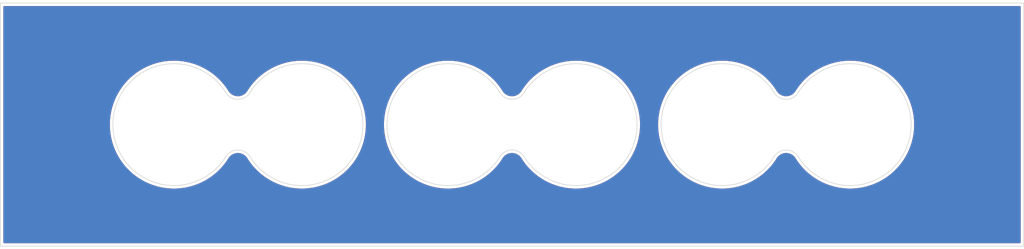
<source format=kicad_pcb>
(kicad_pcb
	(version 20240108)
	(generator "pcbnew")
	(generator_version "8.0")
	(general
		(thickness 1.6)
		(legacy_teardrops no)
	)
	(paper "A4")
	(layers
		(0 "F.Cu" signal)
		(31 "B.Cu" signal)
		(32 "B.Adhes" user "B.Adhesive")
		(33 "F.Adhes" user "F.Adhesive")
		(34 "B.Paste" user)
		(35 "F.Paste" user)
		(36 "B.SilkS" user "B.Silkscreen")
		(37 "F.SilkS" user "F.Silkscreen")
		(38 "B.Mask" user)
		(39 "F.Mask" user)
		(40 "Dwgs.User" user "User.Drawings")
		(41 "Cmts.User" user "User.Comments")
		(42 "Eco1.User" user "User.Eco1")
		(43 "Eco2.User" user "User.Eco2")
		(44 "Edge.Cuts" user)
		(45 "Margin" user)
		(46 "B.CrtYd" user "B.Courtyard")
		(47 "F.CrtYd" user "F.Courtyard")
		(48 "B.Fab" user)
		(49 "F.Fab" user)
		(50 "User.1" user)
		(51 "User.2" user)
		(52 "User.3" user)
		(53 "User.4" user)
		(54 "User.5" user)
		(55 "User.6" user)
		(56 "User.7" user)
		(57 "User.8" user)
		(58 "User.9" user)
	)
	(setup
		(pad_to_mask_clearance 0)
		(allow_soldermask_bridges_in_footprints no)
		(pcbplotparams
			(layerselection 0x00010fc_ffffffff)
			(plot_on_all_layers_selection 0x0000000_00000000)
			(disableapertmacros no)
			(usegerberextensions no)
			(usegerberattributes yes)
			(usegerberadvancedattributes yes)
			(creategerberjobfile yes)
			(dashed_line_dash_ratio 12.000000)
			(dashed_line_gap_ratio 3.000000)
			(svgprecision 4)
			(plotframeref no)
			(viasonmask no)
			(mode 1)
			(useauxorigin no)
			(hpglpennumber 1)
			(hpglpenspeed 20)
			(hpglpendiameter 15.000000)
			(pdf_front_fp_property_popups yes)
			(pdf_back_fp_property_popups yes)
			(dxfpolygonmode yes)
			(dxfimperialunits yes)
			(dxfusepcbnewfont yes)
			(psnegative no)
			(psa4output no)
			(plotreference yes)
			(plotvalue yes)
			(plotfptext yes)
			(plotinvisibletext no)
			(sketchpadsonfab no)
			(subtractmaskfromsilk no)
			(outputformat 1)
			(mirror no)
			(drillshape 1)
			(scaleselection 1)
			(outputdirectory "")
		)
	)
	(net 0 "")
	(gr_arc
		(start 111 74.2)
		(mid 122.256412 69.869726)
		(end 129.516985 79.5)
		(stroke
			(width 0.1)
			(type default)
		)
		(layer "Edge.Cuts")
		(uuid "0e5333c3-7726-4025-8c6d-80b130431eeb")
	)
	(gr_arc
		(start 155.999999 74.2)
		(mid 154 75.33238)
		(end 152.000001 74.2)
		(stroke
			(width 0.1)
			(type default)
		)
		(layer "Edge.Cuts")
		(uuid "15a0d60c-e9aa-4128-9cfc-a6bf68491a6e")
	)
	(gr_arc
		(start 200.999999 74.2)
		(mid 199 75.33238)
		(end 197.000001 74.2)
		(stroke
			(width 0.1)
			(type default)
		)
		(layer "Edge.Cuts")
		(uuid "15e83a39-d3ac-433c-baf2-ccda0f836dd3")
	)
	(gr_line
		(start 238 99.5)
		(end 70 99.5)
		(stroke
			(width 0.1)
			(type default)
		)
		(layer "Edge.Cuts")
		(uuid "35374ca6-5a64-41f3-b668-b06dd65ceef2")
	)
	(gr_arc
		(start 107 84.8)
		(mid 108.999999 83.66762)
		(end 110.999998 84.8)
		(stroke
			(width 0.1)
			(type default)
		)
		(layer "Edge.Cuts")
		(uuid "3abfed58-8ea0-42d6-9e5a-37cdb942bd0b")
	)
	(gr_arc
		(start 151.999999 84.8)
		(mid 140.743586 89.130274)
		(end 133.483014 79.5)
		(stroke
			(width 0.1)
			(type default)
		)
		(layer "Edge.Cuts")
		(uuid "434691d8-291e-45d3-9a19-df441eb335a1")
	)
	(gr_arc
		(start 152 84.8)
		(mid 153.999999 83.66762)
		(end 155.999998 84.8)
		(stroke
			(width 0.1)
			(type default)
		)
		(layer "Edge.Cuts")
		(uuid "50b3b0da-29fe-4a2e-8ec9-60127d582c3d")
	)
	(gr_arc
		(start 156 74.2)
		(mid 167.256412 69.869726)
		(end 174.516985 79.5)
		(stroke
			(width 0.1)
			(type default)
		)
		(layer "Edge.Cuts")
		(uuid "53fe06d4-08b3-4980-a057-308a1f37f0ab")
	)
	(gr_arc
		(start 133.483014 79.5)
		(mid 140.743587 69.869724)
		(end 152.000001 74.2)
		(stroke
			(width 0.1)
			(type default)
		)
		(layer "Edge.Cuts")
		(uuid "63ba430b-da1a-466d-8067-88e593832b65")
	)
	(gr_arc
		(start 106.999999 84.8)
		(mid 95.743586 89.130275)
		(end 88.483014 79.5)
		(stroke
			(width 0.1)
			(type default)
		)
		(layer "Edge.Cuts")
		(uuid "6dc6171d-d25d-443e-9506-61644008c158")
	)
	(gr_line
		(start 70 59.5)
		(end 238 59.5)
		(stroke
			(width 0.1)
			(type default)
		)
		(layer "Edge.Cuts")
		(uuid "7531b149-907b-43b1-8ea4-a509342c9d16")
	)
	(gr_line
		(start 70 79.5)
		(end 70 59.5)
		(stroke
			(width 0.1)
			(type default)
		)
		(layer "Edge.Cuts")
		(uuid "77e665a3-f173-4294-8bc4-f829a9f6af48")
	)
	(gr_line
		(start 238 59.5)
		(end 238 79.5)
		(stroke
			(width 0.1)
			(type default)
		)
		(layer "Edge.Cuts")
		(uuid "8540624a-9252-46e5-a3fa-8a9aa5be7ecf")
	)
	(gr_arc
		(start 110.999999 74.2)
		(mid 109 75.33238)
		(end 107.000001 74.2)
		(stroke
			(width 0.1)
			(type default)
		)
		(layer "Edge.Cuts")
		(uuid "8b97a815-dcbb-4844-abf9-02d14a4edb64")
	)
	(gr_line
		(start 70 99.5)
		(end 70 79.5)
		(stroke
			(width 0.1)
			(type default)
		)
		(layer "Edge.Cuts")
		(uuid "9e254d37-be7b-4c58-bb14-c9c491caae01")
	)
	(gr_arc
		(start 219.516985 79.5)
		(mid 212.256411 89.130276)
		(end 200.999998 84.8)
		(stroke
			(width 0.1)
			(type default)
		)
		(layer "Edge.Cuts")
		(uuid "a2948c7c-91b6-461d-bc41-da3c48f5fd5d")
	)
	(gr_arc
		(start 178.483014 79.5)
		(mid 185.743587 69.869724)
		(end 197.000001 74.2)
		(stroke
			(width 0.1)
			(type default)
		)
		(layer "Edge.Cuts")
		(uuid "b5a61bd8-ab27-44b8-8901-843b2cb8f742")
	)
	(gr_arc
		(start 197 84.8)
		(mid 198.999999 83.66762)
		(end 200.999998 84.8)
		(stroke
			(width 0.1)
			(type default)
		)
		(layer "Edge.Cuts")
		(uuid "c08b7eaf-442c-4366-9bb0-d02bf8f49526")
	)
	(gr_arc
		(start 174.516985 79.5)
		(mid 167.256411 89.130276)
		(end 155.999998 84.8)
		(stroke
			(width 0.1)
			(type default)
		)
		(layer "Edge.Cuts")
		(uuid "c8376ab4-40cd-40d2-a81e-ce731f113041")
	)
	(gr_arc
		(start 129.516985 79.5)
		(mid 122.256411 89.130276)
		(end 110.999998 84.8)
		(stroke
			(width 0.1)
			(type default)
		)
		(layer "Edge.Cuts")
		(uuid "de82bf48-73f4-44a7-82d7-f989b5aafc21")
	)
	(gr_line
		(start 238 79.5)
		(end 238 99.5)
		(stroke
			(width 0.1)
			(type default)
		)
		(layer "Edge.Cuts")
		(uuid "eabf4705-4e03-4377-a878-7f78fa09253d")
	)
	(gr_arc
		(start 88.483014 79.5)
		(mid 95.743587 69.869724)
		(end 107.000001 74.2)
		(stroke
			(width 0.1)
			(type default)
		)
		(layer "Edge.Cuts")
		(uuid "ef100874-cf62-463f-a156-130dceffba37")
	)
	(gr_arc
		(start 196.999999 84.8)
		(mid 185.743586 89.130274)
		(end 178.483014 79.5)
		(stroke
			(width 0.1)
			(type default)
		)
		(layer "Edge.Cuts")
		(uuid "fa145dd4-f803-4fc3-93c4-f1899b9d6d44")
	)
	(gr_arc
		(start 201 74.2)
		(mid 212.256412 69.869726)
		(end 219.516985 79.5)
		(stroke
			(width 0.1)
			(type default)
		)
		(layer "Edge.Cuts")
		(uuid "fd08492e-b6a3-441f-b230-8d1dd3b81329")
	)
	(gr_line
		(start 164.5 71)
		(end 164.5 88)
		(stroke
			(width 0.1)
			(type default)
		)
		(layer "User.2")
		(uuid "0bf0a6ff-b3ba-4f76-9fb8-e027aa8f38ca")
	)
	(gr_line
		(start 143.5 71)
		(end 143.5 88)
		(stroke
			(width 0.1)
			(type default)
		)
		(layer "User.2")
		(uuid "108b6fb1-f982-4fcd-a967-dfc5985f608a")
	)
	(gr_line
		(start 111.5 79.5)
		(end 127.5 79.5)
		(stroke
			(width 0.1)
			(type default)
		)
		(layer "User.2")
		(uuid "1c9700b3-a195-4232-a27c-a58fe0425f12")
	)
	(gr_line
		(start 209.5 71)
		(end 209.5 88)
		(stroke
			(width 0.1)
			(type default)
		)
		(layer "User.2")
		(uuid "39d94989-72fd-4d3b-bdd3-9d50878279c0")
	)
	(gr_line
		(start 90.5 79.5)
		(end 106.5 79.5)
		(stroke
			(width 0.1)
			(type default)
		)
		(layer "User.2")
		(uuid "536559a6-4b29-4342-8676-1e066c68b004")
	)
	(gr_line
		(start 201.5 79.5)
		(end 217.5 79.5)
		(stroke
			(width 0.1)
			(type default)
		)
		(layer "User.2")
		(uuid "6d5ba5b9-2ec2-4c70-b17a-e5660c934175")
	)
	(gr_line
		(start 180.5 79.5)
		(end 196.5 79.5)
		(stroke
			(width 0.1)
			(type default)
		)
		(layer "User.2")
		(uuid "76e0d38f-6f11-4ded-99fa-6a188aa3fc92")
	)
	(gr_line
		(start 119.5 71)
		(end 119.5 88)
		(stroke
			(width 0.1)
			(type default)
		)
		(layer "User.2")
		(uuid "78012c5c-4256-4bdb-ba81-0be7ccfae65d")
	)
	(gr_line
		(start 188.5 71)
		(end 188.5 88)
		(stroke
			(width 0.1)
			(type default)
		)
		(layer "User.2")
		(uuid "9b5c254b-ae8a-4492-8cdb-0a58fa17c87a")
	)
	(gr_line
		(start 156.5 79.5)
		(end 172.5 79.5)
		(stroke
			(width 0.1)
			(type default)
		)
		(layer "User.2")
		(uuid "a74676d4-d6e7-46f5-991e-9586e99dfefd")
	)
	(gr_line
		(start 135.5 79.5)
		(end 151.5 79.5)
		(stroke
			(width 0.1)
			(type default)
		)
		(layer "User.2")
		(uuid "b598489f-e763-445d-9743-7d9623ca0718")
	)
	(gr_line
		(start 98.5 71)
		(end 98.5 88)
		(stroke
			(width 0.1)
			(type default)
		)
		(layer "User.2")
		(uuid "c14f15c7-58b2-4530-9f9d-48f447bcc155")
	)
	(zone
		(net 0)
		(net_name "")
		(layers "F&B.Cu")
		(uuid "c4625abe-17b2-4ed1-8878-89855bfe29a3")
		(hatch edge 0.5)
		(connect_pads
			(clearance 0.1)
		)
		(min_thickness 0.25)
		(filled_areas_thickness no)
		(fill yes
			(thermal_gap 0.5)
			(thermal_bridge_width 0.5)
			(island_removal_mode 1)
			(island_area_min 10)
		)
		(polygon
			(pts
				(xy 70 59) (xy 238 59) (xy 238 100) (xy 70 100)
			)
		)
		(filled_polygon
			(layer "F.Cu")
			(island)
			(pts
				(xy 237.442539 60.020185) (xy 237.488294 60.072989) (xy 237.4995 60.1245) (xy 237.4995 98.8755)
				(xy 237.479815 98.942539) (xy 237.427011 98.988294) (xy 237.3755 98.9995) (xy 70.6245 98.9995) (xy 70.557461 98.979815)
				(xy 70.511706 98.927011) (xy 70.5005 98.8755) (xy 70.5005 79.426595) (xy 87.982514 79.426595) (xy 87.982514 79.573579)
				(xy 87.982525 79.573754) (xy 87.982556 79.816104) (xy 87.982557 79.816128) (xy 88.020526 80.447197)
				(xy 88.020529 80.447226) (xy 88.096326 81.074836) (xy 88.096334 81.074886) (xy 88.20969 81.696832)
				(xy 88.209692 81.696841) (xy 88.209694 81.696849) (xy 88.360208 82.310899) (xy 88.360209 82.310902)
				(xy 88.360219 82.310937) (xy 88.547326 82.914799) (xy 88.77037 83.50635) (xy 88.770374 83.506359)
				(xy 88.77038 83.506375) (xy 88.980153 83.975284) (xy 89.02856 84.08349) (xy 89.247225 84.502732)
				(xy 89.320931 84.644048) (xy 89.33827 84.672918) (xy 89.611187 85.127341) (xy 89.646441 85.18604)
				(xy 89.747212 85.333039) (xy 90.003915 85.707502) (xy 90.00392 85.707509) (xy 90.392058 86.20655)
				(xy 90.392084 86.206582) (xy 90.702793 86.560032) (xy 90.809481 86.681397) (xy 90.809486 86.681402)
				(xy 90.809501 86.681419) (xy 91.254629 87.130278) (xy 91.254647 87.130295) (xy 91.254664 87.130312)
				(xy 91.56529 87.408004) (xy 91.726001 87.551677) (xy 92.221798 87.943976) (xy 92.221811 87.943985)
				(xy 92.740271 88.305798) (xy 93.158978 88.562045) (xy 93.279518 88.635815) (xy 93.692166 88.85544)
				(xy 93.837619 88.932855) (xy 94.412538 89.195834) (xy 94.41254 89.195834) (xy 94.412556 89.195842)
				(xy 95.002248 89.423824) (xy 95.604567 89.615978) (xy 95.604579 89.615981) (xy 95.604585 89.615983)
				(xy 95.789315 89.662901) (xy 96.21734 89.771612) (xy 96.838353 89.890162) (xy 97.465366 89.971202)
				(xy 98.096113 90.014439) (xy 98.728319 90.019716) (xy 99.359701 89.987014) (xy 99.987978 89.916452)
				(xy 100.610884 89.808284) (xy 101.226169 89.6629) (xy 101.831612 89.480827) (xy 102.425028 89.26272)
				(xy 102.425042 89.262713) (xy 102.425047 89.262712) (xy 102.988256 89.016373) (xy 103.004272 89.009368)
				(xy 103.567256 88.721684) (xy 104.111945 88.400709) (xy 104.636374 88.047599) (xy 105.13865 87.663631)
				(xy 105.616958 87.25019) (xy 106.069573 86.80877) (xy 106.494859 86.340963) (xy 106.891282 85.848458)
				(xy 107.257411 85.333035) (xy 107.385707 85.127334) (xy 107.39383 85.115824) (xy 107.395269 85.114011)
				(xy 107.395274 85.114007) (xy 107.426508 85.061948) (xy 107.427545 85.060256) (xy 107.428303 85.059041)
				(xy 107.431799 85.053745) (xy 107.568175 84.858251) (xy 107.578836 84.845006) (xy 107.738037 84.672911)
				(xy 107.750412 84.661253) (xy 107.931672 84.512589) (xy 107.94552 84.50274) (xy 108.145444 84.380293)
				(xy 108.160512 84.372433) (xy 108.375312 84.278524) (xy 108.391312 84.272801) (xy 108.616957 84.209193)
				(xy 108.633602 84.205713) (xy 108.865815 84.173609) (xy 108.882797 84.172441) (xy 109.117201 84.172441)
				(xy 109.134183 84.173609) (xy 109.366392 84.205713) (xy 109.383042 84.209193) (xy 109.60868 84.2728)
				(xy 109.62469 84.278526) (xy 109.839479 84.37243) (xy 109.854559 84.380297) (xy 110.05447 84.502735)
				(xy 110.068331 84.512595) (xy 110.190989 84.613194) (xy 110.249577 84.661246) (xy 110.261967 84.672918)
				(xy 110.42115 84.844995) (xy 110.431824 84.858255) (xy 110.568192 85.053737) (xy 110.571744 85.059121)
				(xy 110.572522 85.06037) (xy 110.573601 85.062135) (xy 110.604724 85.114008) (xy 110.606172 85.115831)
				(xy 110.614294 85.127341) (xy 110.671711 85.219398) (xy 110.742587 85.333034) (xy 111.008595 85.70751)
				(xy 111.10872 85.848463) (xy 111.108724 85.848468) (xy 111.505121 86.34094) (xy 111.505148 86.340973)
				(xy 111.930412 86.808754) (xy 111.930426 86.808769) (xy 112.38304 87.25019) (xy 112.861348 87.663631)
				(xy 112.861365 87.663644) (xy 112.86137 87.663648) (xy 113.363601 88.047582) (xy 113.363611 88.047589)
				(xy 113.363624 88.047599) (xy 113.363639 88.047609) (xy 113.88804 88.400701) (xy 113.888043 88.400703)
				(xy 113.888051 88.400708) (xy 113.888053 88.400709) (xy 114.432742 88.721685) (xy 114.995726 89.009368)
				(xy 115.574971 89.262721) (xy 116.168386 89.480827) (xy 116.773829 89.662901) (xy 117.389114 89.808284)
				(xy 118.01202 89.916453) (xy 118.640298 89.987015) (xy 119.27168 90.019717) (xy 119.903886 90.01444)
				(xy 120.534634 89.971203) (xy 121.161646 89.890164) (xy 121.590564 89.808284) (xy 121.782645 89.771616)
				(xy 121.782647 89.771615) (xy 121.78266 89.771613) (xy 122.273 89.647074) (xy 122.395413 89.615984)
				(xy 122.395419 89.615982) (xy 122.395432 89.615979) (xy 122.997752 89.423825) (xy 123.587444 89.195843)
				(xy 124.162379 88.932857) (xy 124.720482 88.635816) (xy 125.259738 88.305793) (xy 125.7782 87.943979)
				(xy 126.273996 87.55168) (xy 126.745336 87.130313) (xy 126.745371 87.130278) (xy 127.190498 86.68142)
				(xy 127.190504 86.681412) (xy 127.190519 86.681398) (xy 127.607938 86.206557) (xy 127.996085 85.707504)
				(xy 128.353559 85.18604) (xy 128.67907 84.644049) (xy 128.869713 84.27853) (xy 128.971436 84.083498)
				(xy 128.97144 84.08349) (xy 128.971442 84.083486) (xy 129.229621 83.506376) (xy 129.452673 82.914802)
				(xy 129.452674 82.9148) (xy 129.639781 82.310938) (xy 129.639793 82.3109) (xy 129.790307 81.696849)
				(xy 129.90367 81.074868) (xy 129.979474 80.447201) (xy 130.017444 79.816114) (xy 130.017474 79.57471)
				(xy 130.017485 79.574579) (xy 130.017485 79.426595) (xy 132.982514 79.426595) (xy 132.982514 79.573579)
				(xy 132.982525 79.573754) (xy 132.982556 79.816104) (xy 132.982557 79.816128) (xy 133.020526 80.447197)
				(xy 133.020529 80.447226) (xy 133.096326 81.074836) (xy 133.096334 81.074886) (xy 133.20969 81.696832)
				(xy 133.209692 81.696841) (xy 133.209694 81.696849) (xy 133.360208 82.310899) (xy 133.360209 82.310902)
				(xy 133.360219 82.310937) (xy 133.547326 82.914799) (xy 133.77037 83.50635) (xy 133.770374 83.506359)
				(xy 133.77038 83.506375) (xy 133.980153 83.975284) (xy 134.02856 84.08349) (xy 134.247225 84.502732)
				(xy 134.320931 84.644048) (xy 134.33827 84.672918) (xy 134.611187 85.127341) (xy 134.646441 85.18604)
				(xy 134.747212 85.333039) (xy 135.003915 85.707502) (xy 135.00392 85.707509) (xy 135.392058 86.20655)
				(xy 135.392084 86.206582) (xy 135.702793 86.560032) (xy 135.809481 86.681397) (xy 135.809486 86.681402)
				(xy 135.809501 86.681419) (xy 136.254629 87.130278) (xy 136.254647 87.130295) (xy 136.254664 87.130312)
				(xy 136.56529 87.408004) (xy 136.726001 87.551677) (xy 137.221798 87.943976) (xy 137.221811 87.943985)
				(xy 137.740271 88.305798) (xy 138.158978 88.562045) (xy 138.279518 88.635815) (xy 138.692166 88.85544)
				(xy 138.837619 88.932855) (xy 139.412538 89.195834) (xy 139.41254 89.195834) (xy 139.412556 89.195842)
				(xy 140.002248 89.423824) (xy 140.604567 89.615978) (xy 140.604579 89.615981) (xy 140.604585 89.615983)
				(xy 140.789315 89.662901) (xy 141.21734 89.771612) (xy 141.838353 89.890162) (xy 142.465366 89.971202)
				(xy 143.096113 90.014439) (xy 143.728319 90.019716) (xy 144.359701 89.987014) (xy 144.987978 89.916452)
				(xy 145.610884 89.808284) (xy 146.226169 89.6629) (xy 146.831612 89.480827) (xy 147.425028 89.26272)
				(xy 147.425042 89.262713) (xy 147.425047 89.262712) (xy 147.988256 89.016373) (xy 148.004272 89.009368)
				(xy 148.567256 88.721684) (xy 149.111945 88.400709) (xy 149.636374 88.047599) (xy 150.13865 87.663631)
				(xy 150.616958 87.25019) (xy 151.069573 86.80877) (xy 151.494859 86.340963) (xy 151.891282 85.848458)
				(xy 152.257411 85.333035) (xy 152.385707 85.127334) (xy 152.39383 85.115824) (xy 152.395269 85.114011)
				(xy 152.395274 85.114007) (xy 152.426508 85.061948) (xy 152.427545 85.060256) (xy 152.428303 85.059041)
				(xy 152.431799 85.053745) (xy 152.568175 84.858251) (xy 152.578836 84.845006) (xy 152.738037 84.672911)
				(xy 152.750412 84.661253) (xy 152.931672 84.512589) (xy 152.94552 84.50274) (xy 153.145444 84.380293)
				(xy 153.160512 84.372433) (xy 153.375312 84.278524) (xy 153.391312 84.272801) (xy 153.616957 84.209193)
				(xy 153.633602 84.205713) (xy 153.865815 84.173609) (xy 153.882797 84.172441) (xy 154.117201 84.172441)
				(xy 154.134183 84.173609) (xy 154.366392 84.205713) (xy 154.383042 84.209193) (xy 154.60868 84.2728)
				(xy 154.62469 84.278526) (xy 154.839479 84.37243) (xy 154.854559 84.380297) (xy 155.05447 84.502735)
				(xy 155.068331 84.512595) (xy 155.190989 84.613194) (xy 155.249577 84.661246) (xy 155.261967 84.672918)
				(xy 155.42115 84.844995) (xy 155.431824 84.858255) (xy 155.568192 85.053737) (xy 155.571744 85.059121)
				(xy 155.572522 85.06037) (xy 155.573601 85.062135) (xy 155.604724 85.114008) (xy 155.606172 85.115831)
				(xy 155.614294 85.127341) (xy 155.671711 85.219398) (xy 155.742587 85.333034) (xy 156.008595 85.70751)
				(xy 156.10872 85.848463) (xy 156.108724 85.848468) (xy 156.505121 86.34094) (xy 156.505148 86.340973)
				(xy 156.930412 86.808754) (xy 156.930426 86.808769) (xy 157.38304 87.25019) (xy 157.861348 87.663631)
				(xy 157.861365 87.663644) (xy 157.86137 87.663648) (xy 158.363601 88.047582) (xy 158.363611 88.047589)
				(xy 158.363624 88.047599) (xy 158.363639 88.047609) (xy 158.88804 88.400701) (xy 158.888043 88.400703)
				(xy 158.888051 88.400708) (xy 158.888053 88.400709) (xy 159.432742 88.721685) (xy 159.995726 89.009368)
				(xy 160.574971 89.262721) (xy 161.168386 89.480827) (xy 161.773829 89.662901) (xy 162.389114 89.808284)
				(xy 163.01202 89.916453) (xy 163.640298 89.987015) (xy 164.27168 90.019717) (xy 164.903886 90.01444)
				(xy 165.534634 89.971203) (xy 166.161646 89.890164) (xy 166.590564 89.808284) (xy 166.782645 89.771616)
				(xy 166.782647 89.771615) (xy 166.78266 89.771613) (xy 167.273 89.647074) (xy 167.395413 89.615984)
				(xy 167.395419 89.615982) (xy 167.395432 89.615979) (xy 167.997752 89.423825) (xy 168.587444 89.195843)
				(xy 169.162379 88.932857) (xy 169.720482 88.635816) (xy 170.259738 88.305793) (xy 170.7782 87.943979)
				(xy 171.273996 87.55168) (xy 171.745336 87.130313) (xy 171.745371 87.130278) (xy 172.190498 86.68142)
				(xy 172.190504 86.681412) (xy 172.190519 86.681398) (xy 172.607938 86.206557) (xy 172.996085 85.707504)
				(xy 173.353559 85.18604) (xy 173.67907 84.644049) (xy 173.869713 84.27853) (xy 173.971436 84.083498)
				(xy 173.97144 84.08349) (xy 173.971442 84.083486) (xy 174.229621 83.506376) (xy 174.452673 82.914802)
				(xy 174.452674 82.9148) (xy 174.639781 82.310938) (xy 174.639793 82.3109) (xy 174.790307 81.696849)
				(xy 174.90367 81.074868) (xy 174.979474 80.447201) (xy 175.017444 79.816114) (xy 175.017474 79.57471)
				(xy 175.017485 79.574579) (xy 175.017485 79.426595) (xy 177.982514 79.426595) (xy 177.982514 79.573579)
				(xy 177.982525 79.573754) (xy 177.982556 79.816104) (xy 177.982557 79.816128) (xy 178.020526 80.447197)
				(xy 178.020529 80.447226) (xy 178.096326 81.074836) (xy 178.096334 81.074886) (xy 178.20969 81.696832)
				(xy 178.209692 81.696841) (xy 178.209694 81.696849) (xy 178.360208 82.310899) (xy 178.360209 82.310902)
				(xy 178.360219 82.310937) (xy 178.547326 82.914799) (xy 178.77037 83.50635) (xy 178.770374 83.506359)
				(xy 178.77038 83.506375) (xy 178.980153 83.975284) (xy 179.02856 84.08349) (xy 179.247225 84.502732)
				(xy 179.320931 84.644048) (xy 179.33827 84.672918) (xy 179.611187 85.127341) (xy 179.646441 85.18604)
				(xy 179.747212 85.333039) (xy 180.003915 85.707502) (xy 180.00392 85.707509) (xy 180.392058 86.20655)
				(xy 180.392084 86.206582) (xy 180.702793 86.560032) (xy 180.809481 86.681397) (xy 180.809486 86.681402)
				(xy 180.809501 86.681419) (xy 181.254629 87.130278) (xy 181.254647 87.130295) (xy 181.254664 87.130312)
				(xy 181.56529 87.408004) (xy 181.726001 87.551677) (xy 182.221798 87.943976) (xy 182.221811 87.943985)
				(xy 182.740271 88.305798) (xy 183.158978 88.562045) (xy 183.279518 88.635815) (xy 183.692166 88.85544)
				(xy 183.837619 88.932855) (xy 184.412538 89.195834) (xy 184.41254 89.195834) (xy 184.412556 89.195842)
				(xy 185.002248 89.423824) (xy 185.604567 89.615978) (xy 185.604579 89.615981) (xy 185.604585 89.615983)
				(xy 185.789315 89.662901) (xy 186.21734 89.771612) (xy 186.838353 89.890162) (xy 187.465366 89.971202)
				(xy 188.096113 90.014439) (xy 188.728319 90.019716) (xy 189.359701 89.987014) (xy 189.987978 89.916452)
				(xy 190.610884 89.808284) (xy 191.226169 89.6629) (xy 191.831612 89.480827) (xy 192.425028 89.26272)
				(xy 192.425042 89.262713) (xy 192.425047 89.262712) (xy 192.988256 89.016373) (xy 193.004272 89.009368)
				(xy 193.567256 88.721684) (xy 194.111945 88.400709) (xy 194.636374 88.047599) (xy 195.13865 87.663631)
				(xy 195.616958 87.25019) (xy 196.069573 86.80877) (xy 196.494859 86.340963) (xy 196.891282 85.848458)
				(xy 197.257411 85.333035) (xy 197.385707 85.127334) (xy 197.39383 85.115824) (xy 197.395269 85.114011)
				(xy 197.395274 85.114007) (xy 197.426508 85.061948) (xy 197.427545 85.060256) (xy 197.428303 85.059041)
				(xy 197.431799 85.053745) (xy 197.568175 84.858251) (xy 197.578836 84.845006) (xy 197.738037 84.672911)
				(xy 197.750412 84.661253) (xy 197.931672 84.512589) (xy 197.94552 84.50274) (xy 198.145444 84.380293)
				(xy 198.160512 84.372433) (xy 198.375312 84.278524) (xy 198.391312 84.272801) (xy 198.616957 84.209193)
				(xy 198.633602 84.205713) (xy 198.865815 84.173609) (xy 198.882797 84.172441) (xy 199.117201 84.172441)
				(xy 199.134183 84.173609) (xy 199.366392 84.205713) (xy 199.383042 84.209193) (xy 199.60868 84.2728)
				(xy 199.62469 84.278526) (xy 199.839479 84.37243) (xy 199.854559 84.380297) (xy 200.05447 84.502735)
				(xy 200.068331 84.512595) (xy 200.190989 84.613194) (xy 200.249577 84.661246) (xy 200.261967 84.672918)
				(xy 200.42115 84.844995) (xy 200.431824 84.858255) (xy 200.568192 85.053737) (xy 200.571744 85.059121)
				(xy 200.572522 85.06037) (xy 200.573601 85.062135) (xy 200.604724 85.114008) (xy 200.606172 85.115831)
				(xy 200.614294 85.127341) (xy 200.671711 85.219398) (xy 200.742587 85.333034) (xy 201.008595 85.70751)
				(xy 201.10872 85.848463) (xy 201.108724 85.848468) (xy 201.505121 86.34094) (xy 201.505148 86.340973)
				(xy 201.930412 86.808754) (xy 201.930426 86.808769) (xy 202.38304 87.25019) (xy 202.861348 87.663631)
				(xy 202.861365 87.663644) (xy 202.86137 87.663648) (xy 203.363601 88.047582) (xy 203.363611 88.047589)
				(xy 203.363624 88.047599) (xy 203.363639 88.047609) (xy 203.88804 88.400701) (xy 203.888043 88.400703)
				(xy 203.888051 88.400708) (xy 203.888053 88.400709) (xy 204.432742 88.721685) (xy 204.995726 89.009368)
				(xy 205.574971 89.262721) (xy 206.168386 89.480827) (xy 206.773829 89.662901) (xy 207.389114 89.808284)
				(xy 208.01202 89.916453) (xy 208.640298 89.987015) (xy 209.27168 90.019717) (xy 209.903886 90.01444)
				(xy 210.534634 89.971203) (xy 211.161646 89.890164) (xy 211.590564 89.808284) (xy 211.782645 89.771616)
				(xy 211.782647 89.771615) (xy 211.78266 89.771613) (xy 212.273 89.647074) (xy 212.395413 89.615984)
				(xy 212.395419 89.615982) (xy 212.395432 89.615979) (xy 212.997752 89.423825) (xy 213.587444 89.195843)
				(xy 214.162379 88.932857) (xy 214.720482 88.635816) (xy 215.259738 88.305793) (xy 215.7782 87.943979)
				(xy 216.273996 87.55168) (xy 216.745336 87.130313) (xy 216.745371 87.130278) (xy 217.190498 86.68142)
				(xy 217.190504 86.681412) (xy 217.190519 86.681398) (xy 217.607938 86.206557) (xy 217.996085 85.707504)
				(xy 218.353559 85.18604) (xy 218.67907 84.644049) (xy 218.869713 84.27853) (xy 218.971436 84.083498)
				(xy 218.97144 84.08349) (xy 218.971442 84.083486) (xy 219.229621 83.506376) (xy 219.452673 82.914802)
				(xy 219.452674 82.9148) (xy 219.639781 82.310938) (xy 219.639793 82.3109) (xy 219.790307 81.696849)
				(xy 219.90367 81.074868) (xy 219.979474 80.447201) (xy 220.017444 79.816114) (xy 220.017474 79.57471)
				(xy 220.017485 79.574579) (xy 220.017485 79.425684) (xy 220.017474 79.425548) (xy 220.017444 79.183886)
				(xy 219.979474 78.552799) (xy 219.90367 77.925132) (xy 219.790307 77.303151) (xy 219.639793 76.689101)
				(xy 219.59684 76.550476) (xy 219.452674 76.085199) (xy 219.22963 75.493648) (xy 219.229624 75.493632)
				(xy 219.229621 75.493624) (xy 218.971442 74.916514) (xy 218.97144 74.916511) (xy 218.971436 74.916501)
				(xy 218.679075 74.35596) (xy 218.679072 74.355956) (xy 218.67907 74.355951) (xy 218.353559 73.81396)
				(xy 217.996085 73.292496) (xy 217.88645 73.151535) (xy 217.607942 72.793448) (xy 217.607916 72.793416)
				(xy 217.317453 72.462997) (xy 217.19052 72.318602) (xy 216.745336 71.869688) (xy 216.273996 71.44832)
				(xy 216.27398 71.448307) (xy 215.778202 71.056023) (xy 215.778189 71.056014) (xy 215.259736 70.694205)
				(xy 214.720494 70.364191) (xy 214.720489 70.364188) (xy 214.720482 70.364184) (xy 214.307834 70.144559)
				(xy 214.16238 70.067143) (xy 213.587461 69.804164) (xy 213.587452 69.80416) (xy 213.587444 69.804157)
				(xy 213.194316 69.652169) (xy 212.997753 69.576175) (xy 212.674866 69.473166) (xy 212.395433 69.384021)
				(xy 212.395428 69.384019) (xy 212.395414 69.384015) (xy 211.782673 69.22839) (xy 211.782671 69.228389)
				(xy 211.590552 69.191714) (xy 211.161647 69.109837) (xy 210.923374 69.07904) (xy 210.534645 69.028798)
				(xy 210.534638 69.028797) (xy 210.534634 69.028797) (xy 209.903886 68.98556) (xy 209.271683 68.980283)
				(xy 209.271673 68.980283) (xy 208.640309 69.012984) (xy 208.640295 69.012985) (xy 208.012039 69.083544)
				(xy 208.012025 69.083546) (xy 208.012021 69.083547) (xy 207.750226 69.129007) (xy 207.389118 69.191714)
				(xy 206.773843 69.337095) (xy 206.77383 69.337099) (xy 206.168387 69.519172) (xy 205.7153 69.685701)
				(xy 205.574958 69.737284) (xy 204.995725 69.990632) (xy 204.432744 70.278314) (xy 203.888044 70.599296)
				(xy 203.888041 70.599298) (xy 203.36364 70.952389) (xy 203.363602 70.952416) (xy 202.861371 71.33635)
				(xy 202.86133 71.336383) (xy 202.383049 71.749801) (xy 202.383032 71.749817) (xy 202.069882 72.055222)
				(xy 201.971686 72.150991) (xy 201.930412 72.191244) (xy 201.505149 72.659025) (xy 201.505122 72.659058)
				(xy 201.108724 73.15153) (xy 201.108709 73.15155) (xy 200.742592 73.666957) (xy 200.742585 73.666967)
				(xy 200.614284 73.872672) (xy 200.606175 73.884166) (xy 200.604726 73.88599) (xy 200.57357 73.937915)
				(xy 200.572468 73.939716) (xy 200.571723 73.940911) (xy 200.568197 73.946254) (xy 200.431826 74.141744)
				(xy 200.421151 74.155005) (xy 200.261968 74.327081) (xy 200.249578 74.338753) (xy 200.068337 74.487401)
				(xy 200.054466 74.497267) (xy 199.854565 74.619699) (xy 199.839473 74.627572) (xy 199.6247 74.721469)
				(xy 199.608672 74.727202) (xy 199.383049 74.790804) (xy 199.366387 74.794287) (xy 199.134184 74.826391)
				(xy 199.117202 74.827559) (xy 198.882798 74.827559) (xy 198.865816 74.826391) (xy 198.633612 74.794287)
				(xy 198.61695 74.790804) (xy 198.391327 74.727202) (xy 198.375299 74.721469) (xy 198.160526 74.627572)
				(xy 198.145434 74.619699) (xy 197.945533 74.497267) (xy 197.931662 74.487401) (xy 197.750421 74.338753)
				(xy 197.738031 74.327081) (xy 197.578848 74.155004) (xy 197.568174 74.141744) (xy 197.431805 73.94626)
				(xy 197.428311 73.940969) (xy 197.427492 73.939655) (xy 197.426422 73.937905) (xy 197.411048 73.912282)
				(xy 197.395275 73.885993) (xy 197.395272 73.88599) (xy 197.393832 73.884176) (xy 197.385716 73.872674)
				(xy 197.257415 73.666967) (xy 197.257414 73.666965) (xy 196.891285 73.151541) (xy 196.494861 72.659037)
				(xy 196.494859 72.659035) (xy 196.494851 72.659025) (xy 196.069588 72.191244) (xy 196.069585 72.191241)
				(xy 196.069575 72.19123) (xy 195.61696 71.749809) (xy 195.616951 71.749801) (xy 195.13867 71.336383)
				(xy 195.13866 71.336375) (xy 195.138652 71.336368) (xy 195.138639 71.336358) (xy 195.138629 71.33635)
				(xy 194.636398 70.952416) (xy 194.636382 70.952405) (xy 194.636376 70.9524) (xy 194.580118 70.91452)
				(xy 194.111959 70.599297) (xy 194.111956 70.599295) (xy 193.597167 70.295939) (xy 193.567258 70.278314)
				(xy 193.305505 70.144559) (xy 193.004275 69.990631) (xy 192.425042 69.737283) (xy 192.425032 69.737279)
				(xy 192.425029 69.737278) (xy 191.831614 69.519172) (xy 191.226171 69.337098) (xy 191.226167 69.337097)
				(xy 191.226157 69.337094) (xy 190.610882 69.191714) (xy 190.380676 69.151738) (xy 189.98798 69.083546)
				(xy 189.987972 69.083545) (xy 189.987961 69.083543) (xy 189.359705 69.012984) (xy 189.359691 69.012983)
				(xy 188.728322 68.980282) (xy 188.72832 68.980282) (xy 188.096114 68.985559) (xy 188.096112 68.985559)
				(xy 187.696048 69.012983) (xy 187.465366 69.028796) (xy 187.465365 69.028796) (xy 187.465352 69.028797)
				(xy 186.838357 69.109834) (xy 186.838322 69.10984) (xy 186.217354 69.228382) (xy 186.217326 69.228389)
				(xy 185.604585 69.384014) (xy 185.60457 69.384019) (xy 185.002246 69.576174) (xy 184.60912 69.728162)
				(xy 184.412556 69.804156) (xy 184.412551 69.804157) (xy 184.412538 69.804163) (xy 183.837618 70.067142)
				(xy 183.279504 70.36419) (xy 182.740263 70.694204) (xy 182.22181 71.056013) (xy 182.221797 71.056022)
				(xy 181.726 71.448321) (xy 181.254661 71.869689) (xy 180.809484 72.318596) (xy 180.809478 72.318603)
				(xy 180.392067 72.793434) (xy 180.392055 72.793448) (xy 180.003918 73.292488) (xy 180.003913 73.292495)
				(xy 179.646435 73.813966) (xy 179.646433 73.813969) (xy 179.320927 74.355954) (xy 179.028559 74.916507)
				(xy 178.770374 75.493632) (xy 178.770368 75.493648) (xy 178.547324 76.085199) (xy 178.360217 76.689061)
				(xy 178.360207 76.689096) (xy 178.20969 77.303158) (xy 178.209688 77.303167) (xy 178.096332 77.925113)
				(xy 178.096324 77.925163) (xy 178.020527 78.552773) (xy 178.020524 78.552802) (xy 177.982555 79.183871)
				(xy 177.982554 79.183895) (xy 177.982522 79.426447) (xy 177.982514 79.426595) (xy 175.017485 79.426595)
				(xy 175.017485 79.425684) (xy 175.017474 79.425548) (xy 175.017444 79.183886) (xy 174.979474 78.552799)
				(xy 174.90367 77.925132) (xy 174.790307 77.303151) (xy 174.639793 76.689101) (xy 174.59684 76.550476)
				(xy 174.452674 76.085199) (xy 174.22963 75.493648) (xy 174.229624 75.493632) (xy 174.229621 75.493624)
				(xy 173.971442 74.916514) (xy 173.97144 74.916511) (xy 173.971436 74.916501) (xy 173.679075 74.35596)
				(xy 173.679072 74.355956) (xy 173.67907 74.355951) (xy 173.353559 73.81396) (xy 172.996085 73.292496)
				(xy 172.88645 73.151535) (xy 172.607942 72.793448) (xy 172.607916 72.793416) (xy 172.317453 72.462997)
				(xy 172.19052 72.318602) (xy 171.745336 71.869688) (xy 171.273996 71.44832) (xy 171.27398 71.448307)
				(xy 170.778202 71.056023) (xy 170.778189 71.056014) (xy 170.259736 70.694205) (xy 169.720494 70.364191)
				(xy 169.720489 70.364188) (xy 169.720482 70.364184) (xy 169.307834 70.144559) (xy 169.16238 70.067143)
				(xy 168.587461 69.804164) (xy 168.587452 69.80416) (xy 168.587444 69.804157) (xy 168.194316 69.652169)
				(xy 167.997753 69.576175) (xy 167.674866 69.473166) (xy 167.395433 69.384021) (xy 167.395428 69.384019)
				(xy 167.395414 69.384015) (xy 166.782673 69.22839) (xy 166.782671 69.228389) (xy 166.590552 69.191714)
				(xy 166.161647 69.109837) (xy 165.923374 69.07904) (xy 165.534645 69.028798) (xy 165.534638 69.028797)
				(xy 165.534634 69.028797) (xy 164.903886 68.98556) (xy 164.271683 68.980283) (xy 164.271673 68.980283)
				(xy 163.640309 69.012984) (xy 163.640295 69.012985) (xy 163.012039 69.083544) (xy 163.012025 69.083546)
				(xy 163.012021 69.083547) (xy 162.750226 69.129007) (xy 162.389118 69.191714) (xy 161.773843 69.337095)
				(xy 161.77383 69.337099) (xy 161.168387 69.519172) (xy 160.7153 69.685701) (xy 160.574958 69.737284)
				(xy 159.995725 69.990632) (xy 159.432744 70.278314) (xy 158.888044 70.599296) (xy 158.888041 70.599298)
				(xy 158.36364 70.952389) (xy 158.363602 70.952416) (xy 157.861371 71.33635) (xy 157.86133 71.336383)
				(xy 157.383049 71.749801) (xy 157.383032 71.749817) (xy 157.069882 72.055222) (xy 156.971686 72.150991)
				(xy 156.930412 72.191244) (xy 156.505149 72.659025) (xy 156.505122 72.659058) (xy 156.108724 73.15153)
				(xy 156.108709 73.15155) (xy 155.742592 73.666957) (xy 155.742585 73.666967) (xy 155.614284 73.872672)
				(xy 155.606175 73.884166) (xy 155.604726 73.88599) (xy 155.57357 73.937915) (xy 155.572468 73.939716)
				(xy 155.571723 73.940911) (xy 155.568197 73.946254) (xy 155.431826 74.141744) (xy 155.421151 74.155005)
				(xy 155.261968 74.327081) (xy 155.249578 74.338753) (xy 155.068337 74.487401) (xy 155.054466 74.497267)
				(xy 154.854565 74.619699) (xy 154.839473 74.627572) (xy 154.6247 74.721469) (xy 154.608672 74.727202)
				(xy 154.383049 74.790804) (xy 154.366387 74.794287) (xy 154.134184 74.826391) (xy 154.117202 74.827559)
				(xy 153.882798 74.827559) (xy 153.865816 74.826391) (xy 153.633612 74.794287) (xy 153.61695 74.790804)
				(xy 153.391327 74.727202) (xy 153.375299 74.721469) (xy 153.160526 74.627572) (xy 153.145434 74.619699)
				(xy 152.945533 74.497267) (xy 152.931662 74.487401) (xy 152.750421 74.338753) (xy 152.738031 74.327081)
				(xy 152.578848 74.155004) (xy 152.568174 74.141744) (xy 152.431805 73.94626) (xy 152.428311 73.940969)
				(xy 152.427492 73.939655) (xy 152.426422 73.937905) (xy 152.411048 73.912282) (xy 152.395275 73.885993)
				(xy 152.395272 73.88599) (xy 152.393832 73.884176) (xy 152.385716 73.872674) (xy 152.257415 73.666967)
				(xy 152.257414 73.666965) (xy 151.891285 73.151541) (xy 151.494861 72.659037) (xy 151.494859 72.659035)
				(xy 151.494851 72.659025) (xy 151.069588 72.191244) (xy 151.069585 72.191241) (xy 151.069575 72.19123)
				(xy 150.61696 71.749809) (xy 150.616951 71.749801) (xy 150.13867 71.336383) (xy 150.13866 71.336375)
				(xy 150.138652 71.336368) (xy 150.138639 71.336358) (xy 150.138629 71.33635) (xy 149.636398 70.952416)
				(xy 149.636382 70.952405) (xy 149.636376 70.9524) (xy 149.580118 70.91452) (xy 149.111959 70.599297)
				(xy 149.111956 70.599295) (xy 148.597167 70.295939) (xy 148.567258 70.278314) (xy 148.305505 70.144559)
				(xy 148.004275 69.990631) (xy 147.425042 69.737283) (xy 147.425032 69.737279) (xy 147.425029 69.737278)
				(xy 146.831614 69.519172) (xy 146.226171 69.337098) (xy 146.226167 69.337097) (xy 146.226157 69.337094)
				(xy 145.610882 69.191714) (xy 145.380676 69.151738) (xy 144.98798 69.083546) (xy 144.987972 69.083545)
				(xy 144.987961 69.083543) (xy 144.359705 69.012984) (xy 144.359691 69.012983) (xy 143.728322 68.980282)
				(xy 143.72832 68.980282) (xy 143.096114 68.985559) (xy 143.096112 68.985559) (xy 142.696048 69.012983)
				(xy 142.465366 69.028796) (xy 142.465365 69.028796) (xy 142.465352 69.028797) (xy 141.838357 69.109834)
				(xy 141.838322 69.10984) (xy 141.217354 69.228382) (xy 141.217326 69.228389) (xy 140.604585 69.384014)
				(xy 140.60457 69.384019) (xy 140.002246 69.576174) (xy 139.60912 69.728162) (xy 139.412556 69.804156)
				(xy 139.412551 69.804157) (xy 139.412538 69.804163) (xy 138.837618 70.067142) (xy 138.279504 70.36419)
				(xy 137.740263 70.694204) (xy 137.22181 71.056013) (xy 137.221797 71.056022) (xy 136.726 71.448321)
				(xy 136.254661 71.869689) (xy 135.809484 72.318596) (xy 135.809478 72.318603) (xy 135.392067 72.793434)
				(xy 135.392055 72.793448) (xy 135.003918 73.292488) (xy 135.003913 73.292495) (xy 134.646435 73.813966)
				(xy 134.646433 73.813969) (xy 134.320927 74.355954) (xy 134.028559 74.916507) (xy 133.770374 75.493632)
				(xy 133.770368 75.493648) (xy 133.547324 76.085199) (xy 133.360217 76.689061) (xy 133.360207 76.689096)
				(xy 133.20969 77.303158) (xy 133.209688 77.303167) (xy 133.096332 77.925113) (xy 133.096324 77.925163)
				(xy 133.020527 78.552773) (xy 133.020524 78.552802) (xy 132.982555 79.183871) (xy 132.982554 79.183895)
				(xy 132.982522 79.426447) (xy 132.982514 79.426595) (xy 130.017485 79.426595) (xy 130.017485 79.425684)
				(xy 130.017474 79.425548) (xy 130.017444 79.183886) (xy 129.979474 78.552799) (xy 129.90367 77.925132)
				(xy 129.790307 77.303151) (xy 129.639793 76.689101) (xy 129.59684 76.550476) (xy 129.452674 76.085199)
				(xy 129.22963 75.493648) (xy 129.229624 75.493632) (xy 129.229621 75.493624) (xy 128.971442 74.916514)
				(xy 128.97144 74.916511) (xy 128.971436 74.916501) (xy 128.679075 74.35596) (xy 128.679072 74.355956)
				(xy 128.67907 74.355951) (xy 128.353559 73.81396) (xy 127.996085 73.292496) (xy 127.88645 73.151535)
				(xy 127.607942 72.793448) (xy 127.607916 72.793416) (xy 127.317453 72.462997) (xy 127.19052 72.318602)
				(xy 126.745336 71.869688) (xy 126.273996 71.44832) (xy 126.27398 71.448307) (xy 125.778202 71.056023)
				(xy 125.778189 71.056014) (xy 125.259736 70.694205) (xy 124.720494 70.364191) (xy 124.720489 70.364188)
				(xy 124.720482 70.364184) (xy 124.307834 70.144559) (xy 124.16238 70.067143) (xy 123.587461 69.804164)
				(xy 123.587452 69.80416) (xy 123.587444 69.804157) (xy 123.194316 69.652169) (xy 122.997753 69.576175)
				(xy 122.674866 69.473166) (xy 122.395433 69.384021) (xy 122.395428 69.384019) (xy 122.395414 69.384015)
				(xy 121.782673 69.22839) (xy 121.782671 69.228389) (xy 121.590552 69.191714) (xy 121.161647 69.109837)
				(xy 120.923374 69.07904) (xy 120.534645 69.028798) (xy 120.534638 69.028797) (xy 120.534634 69.028797)
				(xy 119.903886 68.98556) (xy 119.271683 68.980283) (xy 119.271673 68.980283) (xy 118.640309 69.012984)
				(xy 118.640295 69.012985) (xy 118.012039 69.083544) (xy 118.012025 69.083546) (xy 118.012021 69.083547)
				(xy 117.750226 69.129007) (xy 117.389118 69.191714) (xy 116.773843 69.337095) (xy 116.77383 69.337099)
				(xy 116.168387 69.519172) (xy 115.7153 69.685701) (xy 115.574958 69.737284) (xy 114.995725 69.990632)
				(xy 114.432744 70.278314) (xy 113.888044 70.599296) (xy 113.888041 70.599298) (xy 113.36364 70.952389)
				(xy 113.363602 70.952416) (xy 112.861371 71.33635) (xy 112.86133 71.336383) (xy 112.383049 71.749801)
				(xy 112.383032 71.749817) (xy 112.069882 72.055222) (xy 111.971686 72.150991) (xy 111.930412 72.191244)
				(xy 111.505149 72.659025) (xy 111.505122 72.659058) (xy 111.108724 73.15153) (xy 111.108709 73.15155)
				(xy 110.742592 73.666957) (xy 110.742585 73.666967) (xy 110.614284 73.872672) (xy 110.606175 73.884166)
				(xy 110.604726 73.88599) (xy 110.57357 73.937915) (xy 110.572468 73.939716) (xy 110.571723 73.940911)
				(xy 110.568197 73.946254) (xy 110.431826 74.141744) (xy 110.421151 74.155005) (xy 110.261968 74.327081)
				(xy 110.249578 74.338753) (xy 110.068337 74.487401) (xy 110.054466 74.497267) (xy 109.854565 74.619699)
				(xy 109.839473 74.627572) (xy 109.6247 74.721469) (xy 109.608672 74.727202) (xy 109.383049 74.790804)
				(xy 109.366387 74.794287) (xy 109.134184 74.826391) (xy 109.117202 74.827559) (xy 108.882798 74.827559)
				(xy 108.865816 74.826391) (xy 108.633612 74.794287) (xy 108.61695 74.790804) (xy 108.391327 74.727202)
				(xy 108.375299 74.721469) (xy 108.160526 74.627572) (xy 108.145434 74.619699) (xy 107.945533 74.497267)
				(xy 107.931662 74.487401) (xy 107.750421 74.338753) (xy 107.738031 74.327081) (xy 107.578848 74.155004)
				(xy 107.568174 74.141744) (xy 107.431805 73.94626) (xy 107.428311 73.940969) (xy 107.427492 73.939655)
				(xy 107.426422 73.937905) (xy 107.411048 73.912282) (xy 107.395275 73.885993) (xy 107.395272 73.88599)
				(xy 107.393832 73.884176) (xy 107.385716 73.872674) (xy 107.257415 73.666967) (xy 107.257414 73.666965)
				(xy 106.891285 73.151541) (xy 106.494861 72.659037) (xy 106.494859 72.659035) (xy 106.494851 72.659025)
				(xy 106.069588 72.191244) (xy 106.069585 72.191241) (xy 106.069575 72.19123) (xy 105.61696 71.749809)
				(xy 105.616951 71.749801) (xy 105.13867 71.336383) (xy 105.13866 71.336375) (xy 105.138652 71.336368)
				(xy 105.138639 71.336358) (xy 105.138629 71.33635) (xy 104.636398 70.952416) (xy 104.636382 70.952405)
				(xy 104.636376 70.9524) (xy 104.580118 70.91452) (xy 104.111959 70.599297) (xy 104.111956 70.599295)
				(xy 103.597167 70.295939) (xy 103.567258 70.278314) (xy 103.305505 70.144559) (xy 103.004275 69.990631)
				(xy 102.425042 69.737283) (xy 102.425032 69.737279) (xy 102.425029 69.737278) (xy 101.831614 69.519172)
				(xy 101.226171 69.337098) (xy 101.226167 69.337097) (xy 101.226157 69.337094) (xy 100.610882 69.191714)
				(xy 100.380676 69.151738) (xy 99.98798 69.083546) (xy 99.987972 69.083545) (xy 99.987961 69.083543)
				(xy 99.359705 69.012984) (xy 99.359691 69.012983) (xy 98.728322 68.980282) (xy 98.72832 68.980282)
				(xy 98.096114 68.985559) (xy 98.096112 68.985559) (xy 97.696048 69.012983) (xy 97.465366 69.028796)
				(xy 97.465365 69.028796) (xy 97.465352 69.028797) (xy 96.838357 69.109834) (xy 96.838322 69.10984)
				(xy 96.217354 69.228382) (xy 96.217326 69.228389) (xy 95.604585 69.384014) (xy 95.60457 69.384019)
				(xy 95.002246 69.576174) (xy 94.60912 69.728162) (xy 94.412556 69.804156) (xy 94.412551 69.804157)
				(xy 94.412538 69.804163) (xy 93.837618 70.067142) (xy 93.279504 70.36419) (xy 92.740263 70.694204)
				(xy 92.22181 71.056013) (xy 92.221797 71.056022) (xy 91.726 71.448321) (xy 91.254661 71.869689)
				(xy 90.809484 72.318596) (xy 90.809478 72.318603) (xy 90.392067 72.793434) (xy 90.392055 72.793448)
				(xy 90.003918 73.292488) (xy 90.003913 73.292495) (xy 89.646435 73.813966) (xy 89.646433 73.813969)
				(xy 89.320927 74.355954) (xy 89.028559 74.916507) (xy 88.770374 75.493632) (xy 88.770368 75.493648)
				(xy 88.547324 76.085199) (xy 88.360217 76.689061) (xy 88.360207 76.689096) (xy 88.20969 77.303158)
				(xy 88.209688 77.303167) (xy 88.096332 77.925113) (xy 88.096324 77.925163) (xy 88.020527 78.552773)
				(xy 88.020524 78.552802) (xy 87.982555 79.183871) (xy 87.982554 79.183895) (xy 87.982522 79.426447)
				(xy 87.982514 79.426595) (xy 70.5005 79.426595) (xy 70.5005 60.1245) (xy 70.520185 60.057461) (xy 70.572989 60.011706)
				(xy 70.6245 60.0005) (xy 237.3755 60.0005)
			)
		)
		(filled_polygon
			(layer "B.Cu")
			(island)
			(pts
				(xy 237.442539 60.020185) (xy 237.488294 60.072989) (xy 237.4995 60.1245) (xy 237.4995 98.8755)
				(xy 237.479815 98.942539) (xy 237.427011 98.988294) (xy 237.3755 98.9995) (xy 70.6245 98.9995) (xy 70.557461 98.979815)
				(xy 70.511706 98.927011) (xy 70.5005 98.8755) (xy 70.5005 79.426595) (xy 87.982514 79.426595) (xy 87.982514 79.573579)
				(xy 87.982525 79.573754) (xy 87.982556 79.816104) (xy 87.982557 79.816128) (xy 88.020526 80.447197)
				(xy 88.020529 80.447226) (xy 88.096326 81.074836) (xy 88.096334 81.074886) (xy 88.20969 81.696832)
				(xy 88.209692 81.696841) (xy 88.209694 81.696849) (xy 88.360208 82.310899) (xy 88.360209 82.310902)
				(xy 88.360219 82.310937) (xy 88.547326 82.914799) (xy 88.77037 83.50635) (xy 88.770374 83.506359)
				(xy 88.77038 83.506375) (xy 88.980153 83.975284) (xy 89.02856 84.08349) (xy 89.247225 84.502732)
				(xy 89.320931 84.644048) (xy 89.33827 84.672918) (xy 89.611187 85.127341) (xy 89.646441 85.18604)
				(xy 89.747212 85.333039) (xy 90.003915 85.707502) (xy 90.00392 85.707509) (xy 90.392058 86.20655)
				(xy 90.392084 86.206582) (xy 90.702793 86.560032) (xy 90.809481 86.681397) (xy 90.809486 86.681402)
				(xy 90.809501 86.681419) (xy 91.254629 87.130278) (xy 91.254647 87.130295) (xy 91.254664 87.130312)
				(xy 91.56529 87.408004) (xy 91.726001 87.551677) (xy 92.221798 87.943976) (xy 92.221811 87.943985)
				(xy 92.740271 88.305798) (xy 93.158978 88.562045) (xy 93.279518 88.635815) (xy 93.692166 88.85544)
				(xy 93.837619 88.932855) (xy 94.412538 89.195834) (xy 94.41254 89.195834) (xy 94.412556 89.195842)
				(xy 95.002248 89.423824) (xy 95.604567 89.615978) (xy 95.604579 89.615981) (xy 95.604585 89.615983)
				(xy 95.789315 89.662901) (xy 96.21734 89.771612) (xy 96.838353 89.890162) (xy 97.465366 89.971202)
				(xy 98.096113 90.014439) (xy 98.728319 90.019716) (xy 99.359701 89.987014) (xy 99.987978 89.916452)
				(xy 100.610884 89.808284) (xy 101.226169 89.6629) (xy 101.831612 89.480827) (xy 102.425028 89.26272)
				(xy 102.425042 89.262713) (xy 102.425047 89.262712) (xy 102.988256 89.016373) (xy 103.004272 89.009368)
				(xy 103.567256 88.721684) (xy 104.111945 88.400709) (xy 104.636374 88.047599) (xy 105.13865 87.663631)
				(xy 105.616958 87.25019) (xy 106.069573 86.80877) (xy 106.494859 86.340963) (xy 106.891282 85.848458)
				(xy 107.257411 85.333035) (xy 107.385707 85.127334) (xy 107.39383 85.115824) (xy 107.395269 85.114011)
				(xy 107.395274 85.114007) (xy 107.426508 85.061948) (xy 107.427545 85.060256) (xy 107.428303 85.059041)
				(xy 107.431799 85.053745) (xy 107.568175 84.858251) (xy 107.578836 84.845006) (xy 107.738037 84.672911)
				(xy 107.750412 84.661253) (xy 107.931672 84.512589) (xy 107.94552 84.50274) (xy 108.145444 84.380293)
				(xy 108.160512 84.372433) (xy 108.375312 84.278524) (xy 108.391312 84.272801) (xy 108.616957 84.209193)
				(xy 108.633602 84.205713) (xy 108.865815 84.173609) (xy 108.882797 84.172441) (xy 109.117201 84.172441)
				(xy 109.134183 84.173609) (xy 109.366392 84.205713) (xy 109.383042 84.209193) (xy 109.60868 84.2728)
				(xy 109.62469 84.278526) (xy 109.839479 84.37243) (xy 109.854559 84.380297) (xy 110.05447 84.502735)
				(xy 110.068331 84.512595) (xy 110.190989 84.613194) (xy 110.249577 84.661246) (xy 110.261967 84.672918)
				(xy 110.42115 84.844995) (xy 110.431824 84.858255) (xy 110.568192 85.053737) (xy 110.571744 85.059121)
				(xy 110.572522 85.06037) (xy 110.573601 85.062135) (xy 110.604724 85.114008) (xy 110.606172 85.115831)
				(xy 110.614294 85.127341) (xy 110.671711 85.219398) (xy 110.742587 85.333034) (xy 111.008595 85.70751)
				(xy 111.10872 85.848463) (xy 111.108724 85.848468) (xy 111.505121 86.34094) (xy 111.505148 86.340973)
				(xy 111.930412 86.808754) (xy 111.930426 86.808769) (xy 112.38304 87.25019) (xy 112.861348 87.663631)
				(xy 112.861365 87.663644) (xy 112.86137 87.663648) (xy 113.363601 88.047582) (xy 113.363611 88.047589)
				(xy 113.363624 88.047599) (xy 113.363639 88.047609) (xy 113.88804 88.400701) (xy 113.888043 88.400703)
				(xy 113.888051 88.400708) (xy 113.888053 88.400709) (xy 114.432742 88.721685) (xy 114.995726 89.009368)
				(xy 115.574971 89.262721) (xy 116.168386 89.480827) (xy 116.773829 89.662901) (xy 117.389114 89.808284)
				(xy 118.01202 89.916453) (xy 118.640298 89.987015) (xy 119.27168 90.019717) (xy 119.903886 90.01444)
				(xy 120.534634 89.971203) (xy 121.161646 89.890164) (xy 121.590564 89.808284) (xy 121.782645 89.771616)
				(xy 121.782647 89.771615) (xy 121.78266 89.771613) (xy 122.273 89.647074) (xy 122.395413 89.615984)
				(xy 122.395419 89.615982) (xy 122.395432 89.615979) (xy 122.997752 89.423825) (xy 123.587444 89.195843)
				(xy 124.162379 88.932857) (xy 124.720482 88.635816) (xy 125.259738 88.305793) (xy 125.7782 87.943979)
				(xy 126.273996 87.55168) (xy 126.745336 87.130313) (xy 126.745371 87.130278) (xy 127.190498 86.68142)
				(xy 127.190504 86.681412) (xy 127.190519 86.681398) (xy 127.607938 86.206557) (xy 127.996085 85.707504)
				(xy 128.353559 85.18604) (xy 128.67907 84.644049) (xy 128.869713 84.27853) (xy 128.971436 84.083498)
				(xy 128.97144 84.08349) (xy 128.971442 84.083486) (xy 129.229621 83.506376) (xy 129.452673 82.914802)
				(xy 129.452674 82.9148) (xy 129.639781 82.310938) (xy 129.639793 82.3109) (xy 129.790307 81.696849)
				(xy 129.90367 81.074868) (xy 129.979474 80.447201) (xy 130.017444 79.816114) (xy 130.017474 79.57471)
				(xy 130.017485 79.574579) (xy 130.017485 79.426595) (xy 132.982514 79.426595) (xy 132.982514 79.573579)
				(xy 132.982525 79.573754) (xy 132.982556 79.816104) (xy 132.982557 79.816128) (xy 133.020526 80.447197)
				(xy 133.020529 80.447226) (xy 133.096326 81.074836) (xy 133.096334 81.074886) (xy 133.20969 81.696832)
				(xy 133.209692 81.696841) (xy 133.209694 81.696849) (xy 133.360208 82.310899) (xy 133.360209 82.310902)
				(xy 133.360219 82.310937) (xy 133.547326 82.914799) (xy 133.77037 83.50635) (xy 133.770374 83.506359)
				(xy 133.77038 83.506375) (xy 133.980153 83.975284) (xy 134.02856 84.08349) (xy 134.247225 84.502732)
				(xy 134.320931 84.644048) (xy 134.33827 84.672918) (xy 134.611187 85.127341) (xy 134.646441 85.18604)
				(xy 134.747212 85.333039) (xy 135.003915 85.707502) (xy 135.00392 85.707509) (xy 135.392058 86.20655)
				(xy 135.392084 86.206582) (xy 135.702793 86.560032) (xy 135.809481 86.681397) (xy 135.809486 86.681402)
				(xy 135.809501 86.681419) (xy 136.254629 87.130278) (xy 136.254647 87.130295) (xy 136.254664 87.130312)
				(xy 136.56529 87.408004) (xy 136.726001 87.551677) (xy 137.221798 87.943976) (xy 137.221811 87.943985)
				(xy 137.740271 88.305798) (xy 138.158978 88.562045) (xy 138.279518 88.635815) (xy 138.692166 88.85544)
				(xy 138.837619 88.932855) (xy 139.412538 89.195834) (xy 139.41254 89.195834) (xy 139.412556 89.195842)
				(xy 140.002248 89.423824) (xy 140.604567 89.615978) (xy 140.604579 89.615981) (xy 140.604585 89.615983)
				(xy 140.789315 89.662901) (xy 141.21734 89.771612) (xy 141.838353 89.890162) (xy 142.465366 89.971202)
				(xy 143.096113 90.014439) (xy 143.728319 90.019716) (xy 144.359701 89.987014) (xy 144.987978 89.916452)
				(xy 145.610884 89.808284) (xy 146.226169 89.6629) (xy 146.831612 89.480827) (xy 147.425028 89.26272)
				(xy 147.425042 89.262713) (xy 147.425047 89.262712) (xy 147.988256 89.016373) (xy 148.004272 89.009368)
				(xy 148.567256 88.721684) (xy 149.111945 88.400709) (xy 149.636374 88.047599) (xy 150.13865 87.663631)
				(xy 150.616958 87.25019) (xy 151.069573 86.80877) (xy 151.494859 86.340963) (xy 151.891282 85.848458)
				(xy 152.257411 85.333035) (xy 152.385707 85.127334) (xy 152.39383 85.115824) (xy 152.395269 85.114011)
				(xy 152.395274 85.114007) (xy 152.426508 85.061948) (xy 152.427545 85.060256) (xy 152.428303 85.059041)
				(xy 152.431799 85.053745) (xy 152.568175 84.858251) (xy 152.578836 84.845006) (xy 152.738037 84.672911)
				(xy 152.750412 84.661253) (xy 152.931672 84.512589) (xy 152.94552 84.50274) (xy 153.145444 84.380293)
				(xy 153.160512 84.372433) (xy 153.375312 84.278524) (xy 153.391312 84.272801) (xy 153.616957 84.209193)
				(xy 153.633602 84.205713) (xy 153.865815 84.173609) (xy 153.882797 84.172441) (xy 154.117201 84.172441)
				(xy 154.134183 84.173609) (xy 154.366392 84.205713) (xy 154.383042 84.209193) (xy 154.60868 84.2728)
				(xy 154.62469 84.278526) (xy 154.839479 84.37243) (xy 154.854559 84.380297) (xy 155.05447 84.502735)
				(xy 155.068331 84.512595) (xy 155.190989 84.613194) (xy 155.249577 84.661246) (xy 155.261967 84.672918)
				(xy 155.42115 84.844995) (xy 155.431824 84.858255) (xy 155.568192 85.053737) (xy 155.571744 85.059121)
				(xy 155.572522 85.06037) (xy 155.573601 85.062135) (xy 155.604724 85.114008) (xy 155.606172 85.115831)
				(xy 155.614294 85.127341) (xy 155.671711 85.219398) (xy 155.742587 85.333034) (xy 156.008595 85.70751)
				(xy 156.10872 85.848463) (xy 156.108724 85.848468) (xy 156.505121 86.34094) (xy 156.505148 86.340973)
				(xy 156.930412 86.808754) (xy 156.930426 86.808769) (xy 157.38304 87.25019) (xy 157.861348 87.663631)
				(xy 157.861365 87.663644) (xy 157.86137 87.663648) (xy 158.363601 88.047582) (xy 158.363611 88.047589)
				(xy 158.363624 88.047599) (xy 158.363639 88.047609) (xy 158.88804 88.400701) (xy 158.888043 88.400703)
				(xy 158.888051 88.400708) (xy 158.888053 88.400709) (xy 159.432742 88.721685) (xy 159.995726 89.009368)
				(xy 160.574971 89.262721) (xy 161.168386 89.480827) (xy 161.773829 89.662901) (xy 162.389114 89.808284)
				(xy 163.01202 89.916453) (xy 163.640298 89.987015) (xy 164.27168 90.019717) (xy 164.903886 90.01444)
				(xy 165.534634 89.971203) (xy 166.161646 89.890164) (xy 166.590564 89.808284) (xy 166.782645 89.771616)
				(xy 166.782647 89.771615) (xy 166.78266 89.771613) (xy 167.273 89.647074) (xy 167.395413 89.615984)
				(xy 167.395419 89.615982) (xy 167.395432 89.615979) (xy 167.997752 89.423825) (xy 168.587444 89.195843)
				(xy 169.162379 88.932857) (xy 169.720482 88.635816) (xy 170.259738 88.305793) (xy 170.7782 87.943979)
				(xy 171.273996 87.55168) (xy 171.745336 87.130313) (xy 171.745371 87.130278) (xy 172.190498 86.68142)
				(xy 172.190504 86.681412) (xy 172.190519 86.681398) (xy 172.607938 86.206557) (xy 172.996085 85.707504)
				(xy 173.353559 85.18604) (xy 173.67907 84.644049) (xy 173.869713 84.27853) (xy 173.971436 84.083498)
				(xy 173.97144 84.08349) (xy 173.971442 84.083486) (xy 174.229621 83.506376) (xy 174.452673 82.914802)
				(xy 174.452674 82.9148) (xy 174.639781 82.310938) (xy 174.639793 82.3109) (xy 174.790307 81.696849)
				(xy 174.90367 81.074868) (xy 174.979474 80.447201) (xy 175.017444 79.816114) (xy 175.017474 79.57471)
				(xy 175.017485 79.574579) (xy 175.017485 79.426595) (xy 177.982514 79.426595) (xy 177.982514 79.573579)
				(xy 177.982525 79.573754) (xy 177.982556 79.816104) (xy 177.982557 79.816128) (xy 178.020526 80.447197)
				(xy 178.020529 80.447226) (xy 178.096326 81.074836) (xy 178.096334 81.074886) (xy 178.20969 81.696832)
				(xy 178.209692 81.696841) (xy 178.209694 81.696849) (xy 178.360208 82.310899) (xy 178.360209 82.310902)
				(xy 178.360219 82.310937) (xy 178.547326 82.914799) (xy 178.77037 83.50635) (xy 178.770374 83.506359)
				(xy 178.77038 83.506375) (xy 178.980153 83.975284) (xy 179.02856 84.08349) (xy 179.247225 84.502732)
				(xy 179.320931 84.644048) (xy 179.33827 84.672918) (xy 179.611187 85.127341) (xy 179.646441 85.18604)
				(xy 179.747212 85.333039) (xy 180.003915 85.707502) (xy 180.00392 85.707509) (xy 180.392058 86.20655)
				(xy 180.392084 86.206582) (xy 180.702793 86.560032) (xy 180.809481 86.681397) (xy 180.809486 86.681402)
				(xy 180.809501 86.681419) (xy 181.254629 87.130278) (xy 181.254647 87.130295) (xy 181.254664 87.130312)
				(xy 181.56529 87.408004) (xy 181.726001 87.551677) (xy 182.221798 87.943976) (xy 182.221811 87.943985)
				(xy 182.740271 88.305798) (xy 183.158978 88.562045) (xy 183.279518 88.635815) (xy 183.692166 88.85544)
				(xy 183.837619 88.932855) (xy 184.412538 89.195834) (xy 184.41254 89.195834) (xy 184.412556 89.195842)
				(xy 185.002248 89.423824) (xy 185.604567 89.615978) (xy 185.604579 89.615981) (xy 185.604585 89.615983)
				(xy 185.789315 89.662901) (xy 186.21734 89.771612) (xy 186.838353 89.890162) (xy 187.465366 89.971202)
				(xy 188.096113 90.014439) (xy 188.728319 90.019716) (xy 189.359701 89.987014) (xy 189.987978 89.916452)
				(xy 190.610884 89.808284) (xy 191.226169 89.6629) (xy 191.831612 89.480827) (xy 192.425028 89.26272)
				(xy 192.425042 89.262713) (xy 192.425047 89.262712) (xy 192.988256 89.016373) (xy 193.004272 89.009368)
				(xy 193.567256 88.721684) (xy 194.111945 88.400709) (xy 194.636374 88.047599) (xy 195.13865 87.663631)
				(xy 195.616958 87.25019) (xy 196.069573 86.80877) (xy 196.494859 86.340963) (xy 196.891282 85.848458)
				(xy 197.257411 85.333035) (xy 197.385707 85.127334) (xy 197.39383 85.115824) (xy 197.395269 85.114011)
				(xy 197.395274 85.114007) (xy 197.426508 85.061948) (xy 197.427545 85.060256) (xy 197.428303 85.059041)
				(xy 197.431799 85.053745) (xy 197.568175 84.858251) (xy 197.578836 84.845006) (xy 197.738037 84.672911)
				(xy 197.750412 84.661253) (xy 197.931672 84.512589) (xy 197.94552 84.50274) (xy 198.145444 84.380293)
				(xy 198.160512 84.372433) (xy 198.375312 84.278524) (xy 198.391312 84.272801) (xy 198.616957 84.209193)
				(xy 198.633602 84.205713) (xy 198.865815 84.173609) (xy 198.882797 84.172441) (xy 199.117201 84.172441)
				(xy 199.134183 84.173609) (xy 199.366392 84.205713) (xy 199.383042 84.209193) (xy 199.60868 84.2728)
				(xy 199.62469 84.278526) (xy 199.839479 84.37243) (xy 199.854559 84.380297) (xy 200.05447 84.502735)
				(xy 200.068331 84.512595) (xy 200.190989 84.613194) (xy 200.249577 84.661246) (xy 200.261967 84.672918)
				(xy 200.42115 84.844995) (xy 200.431824 84.858255) (xy 200.568192 85.053737) (xy 200.571744 85.059121)
				(xy 200.572522 85.06037) (xy 200.573601 85.062135) (xy 200.604724 85.114008) (xy 200.606172 85.115831)
				(xy 200.614294 85.127341) (xy 200.671711 85.219398) (xy 200.742587 85.333034) (xy 201.008595 85.70751)
				(xy 201.10872 85.848463) (xy 201.108724 85.848468) (xy 201.505121 86.34094) (xy 201.505148 86.340973)
				(xy 201.930412 86.808754) (xy 201.930426 86.808769) (xy 202.38304 87.25019) (xy 202.861348 87.663631)
				(xy 202.861365 87.663644) (xy 202.86137 87.663648) (xy 203.363601 88.047582) (xy 203.363611 88.047589)
				(xy 203.363624 88.047599) (xy 203.363639 88.047609) (xy 203.88804 88.400701) (xy 203.888043 88.400703)
				(xy 203.888051 88.400708) (xy 203.888053 88.400709) (xy 204.432742 88.721685) (xy 204.995726 89.009368)
				(xy 205.574971 89.262721) (xy 206.168386 89.480827) (xy 206.773829 89.662901) (xy 207.389114 89.808284)
				(xy 208.01202 89.916453) (xy 208.640298 89.987015) (xy 209.27168 90.019717) (xy 209.903886 90.01444)
				(xy 210.534634 89.971203) (xy 211.161646 89.890164) (xy 211.590564 89.808284) (xy 211.782645 89.771616)
				(xy 211.782647 89.771615) (xy 211.78266 89.771613) (xy 212.273 89.647074) (xy 212.395413 89.615984)
				(xy 212.395419 89.615982) (xy 212.395432 89.615979) (xy 212.997752 89.423825) (xy 213.587444 89.195843)
				(xy 214.162379 88.932857) (xy 214.720482 88.635816) (xy 215.259738 88.305793) (xy 215.7782 87.943979)
				(xy 216.273996 87.55168) (xy 216.745336 87.130313) (xy 216.745371 87.130278) (xy 217.190498 86.68142)
				(xy 217.190504 86.681412) (xy 217.190519 86.681398) (xy 217.607938 86.206557) (xy 217.996085 85.707504)
				(xy 218.353559 85.18604) (xy 218.67907 84.644049) (xy 218.869713 84.27853) (xy 218.971436 84.083498)
				(xy 218.97144 84.08349) (xy 218.971442 84.083486) (xy 219.229621 83.506376) (xy 219.452673 82.914802)
				(xy 219.452674 82.9148) (xy 219.639781 82.310938) (xy 219.639793 82.3109) (xy 219.790307 81.696849)
				(xy 219.90367 81.074868) (xy 219.979474 80.447201) (xy 220.017444 79.816114) (xy 220.017474 79.57471)
				(xy 220.017485 79.574579) (xy 220.017485 79.425684) (xy 220.017474 79.425548) (xy 220.017444 79.183886)
				(xy 219.979474 78.552799) (xy 219.90367 77.925132) (xy 219.790307 77.303151) (xy 219.639793 76.689101)
				(xy 219.59684 76.550476) (xy 219.452674 76.085199) (xy 219.22963 75.493648) (xy 219.229624 75.493632)
				(xy 219.229621 75.493624) (xy 218.971442 74.916514) (xy 218.97144 74.916511) (xy 218.971436 74.916501)
				(xy 218.679075 74.35596) (xy 218.679072 74.355956) (xy 218.67907 74.355951) (xy 218.353559 73.81396)
				(xy 217.996085 73.292496) (xy 217.88645 73.151535) (xy 217.607942 72.793448) (xy 217.607916 72.793416)
				(xy 217.317453 72.462997) (xy 217.19052 72.318602) (xy 216.745336 71.869688) (xy 216.273996 71.44832)
				(xy 216.27398 71.448307) (xy 215.778202 71.056023) (xy 215.778189 71.056014) (xy 215.259736 70.694205)
				(xy 214.720494 70.364191) (xy 214.720489 70.364188) (xy 214.720482 70.364184) (xy 214.307834 70.144559)
				(xy 214.16238 70.067143) (xy 213.587461 69.804164) (xy 213.587452 69.80416) (xy 213.587444 69.804157)
				(xy 213.194316 69.652169) (xy 212.997753 69.576175) (xy 212.674866 69.473166) (xy 212.395433 69.384021)
				(xy 212.395428 69.384019) (xy 212.395414 69.384015) (xy 211.782673 69.22839) (xy 211.782671 69.228389)
				(xy 211.590552 69.191714) (xy 211.161647 69.109837) (xy 210.923374 69.07904) (xy 210.534645 69.028798)
				(xy 210.534638 69.028797) (xy 210.534634 69.028797) (xy 209.903886 68.98556) (xy 209.271683 68.980283)
				(xy 209.271673 68.980283) (xy 208.640309 69.012984) (xy 208.640295 69.012985) (xy 208.012039 69.083544)
				(xy 208.012025 69.083546) (xy 208.012021 69.083547) (xy 207.750226 69.129007) (xy 207.389118 69.191714)
				(xy 206.773843 69.337095) (xy 206.77383 69.337099) (xy 206.168387 69.519172) (xy 205.7153 69.685701)
				(xy 205.574958 69.737284) (xy 204.995725 69.990632) (xy 204.432744 70.278314) (xy 203.888044 70.599296)
				(xy 203.888041 70.599298) (xy 203.36364 70.952389) (xy 203.363602 70.952416) (xy 202.861371 71.33635)
				(xy 202.86133 71.336383) (xy 202.383049 71.749801) (xy 202.383032 71.749817) (xy 202.069882 72.055222)
				(xy 201.971686 72.150991) (xy 201.930412 72.191244) (xy 201.505149 72.659025) (xy 201.505122 72.659058)
				(xy 201.108724 73.15153) (xy 201.108709 73.15155) (xy 200.742592 73.666957) (xy 200.742585 73.666967)
				(xy 200.614284 73.872672) (xy 200.606175 73.884166) (xy 200.604726 73.88599) (xy 200.57357 73.937915)
				(xy 200.572468 73.939716) (xy 200.571723 73.940911) (xy 200.568197 73.946254) (xy 200.431826 74.141744)
				(xy 200.421151 74.155005) (xy 200.261968 74.327081) (xy 200.249578 74.338753) (xy 200.068337 74.487401)
				(xy 200.054466 74.497267) (xy 199.854565 74.619699) (xy 199.839473 74.627572) (xy 199.6247 74.721469)
				(xy 199.608672 74.727202) (xy 199.383049 74.790804) (xy 199.366387 74.794287) (xy 199.134184 74.826391)
				(xy 199.117202 74.827559) (xy 198.882798 74.827559) (xy 198.865816 74.826391) (xy 198.633612 74.794287)
				(xy 198.61695 74.790804) (xy 198.391327 74.727202) (xy 198.375299 74.721469) (xy 198.160526 74.627572)
				(xy 198.145434 74.619699) (xy 197.945533 74.497267) (xy 197.931662 74.487401) (xy 197.750421 74.338753)
				(xy 197.738031 74.327081) (xy 197.578848 74.155004) (xy 197.568174 74.141744) (xy 197.431805 73.94626)
				(xy 197.428311 73.940969) (xy 197.427492 73.939655) (xy 197.426422 73.937905) (xy 197.411048 73.912282)
				(xy 197.395275 73.885993) (xy 197.395272 73.88599) (xy 197.393832 73.884176) (xy 197.385716 73.872674)
				(xy 197.257415 73.666967) (xy 197.257414 73.666965) (xy 196.891285 73.151541) (xy 196.494861 72.659037)
				(xy 196.494859 72.659035) (xy 196.494851 72.659025) (xy 196.069588 72.191244) (xy 196.069585 72.191241)
				(xy 196.069575 72.19123) (xy 195.61696 71.749809) (xy 195.616951 71.749801) (xy 195.13867 71.336383)
				(xy 195.13866 71.336375) (xy 195.138652 71.336368) (xy 195.138639 71.336358) (xy 195.138629 71.33635)
				(xy 194.636398 70.952416) (xy 194.636382 70.952405) (xy 194.636376 70.9524) (xy 194.580118 70.91452)
				(xy 194.111959 70.599297) (xy 194.111956 70.599295) (xy 193.597167 70.295939) (xy 193.567258 70.278314)
				(xy 193.305505 70.144559) (xy 193.004275 69.990631) (xy 192.425042 69.737283) (xy 192.425032 69.737279)
				(xy 192.425029 69.737278) (xy 191.831614 69.519172) (xy 191.226171 69.337098) (xy 191.226167 69.337097)
				(xy 191.226157 69.337094) (xy 190.610882 69.191714) (xy 190.380676 69.151738) (xy 189.98798 69.083546)
				(xy 189.987972 69.083545) (xy 189.987961 69.083543) (xy 189.359705 69.012984) (xy 189.359691 69.012983)
				(xy 188.728322 68.980282) (xy 188.72832 68.980282) (xy 188.096114 68.985559) (xy 188.096112 68.985559)
				(xy 187.696048 69.012983) (xy 187.465366 69.028796) (xy 187.465365 69.028796) (xy 187.465352 69.028797)
				(xy 186.838357 69.109834) (xy 186.838322 69.10984) (xy 186.217354 69.228382) (xy 186.217326 69.228389)
				(xy 185.604585 69.384014) (xy 185.60457 69.384019) (xy 185.002246 69.576174) (xy 184.60912 69.728162)
				(xy 184.412556 69.804156) (xy 184.412551 69.804157) (xy 184.412538 69.804163) (xy 183.837618 70.067142)
				(xy 183.279504 70.36419) (xy 182.740263 70.694204) (xy 182.22181 71.056013) (xy 182.221797 71.056022)
				(xy 181.726 71.448321) (xy 181.254661 71.869689) (xy 180.809484 72.318596) (xy 180.809478 72.318603)
				(xy 180.392067 72.793434) (xy 180.392055 72.793448) (xy 180.003918 73.292488) (xy 180.003913 73.292495)
				(xy 179.646435 73.813966) (xy 179.646433 73.813969) (xy 179.320927 74.355954) (xy 179.028559 74.916507)
				(xy 178.770374 75.493632) (xy 178.770368 75.493648) (xy 178.547324 76.085199) (xy 178.360217 76.689061)
				(xy 178.360207 76.689096) (xy 178.20969 77.303158) (xy 178.209688 77.303167) (xy 178.096332 77.925113)
				(xy 178.096324 77.925163) (xy 178.020527 78.552773) (xy 178.020524 78.552802) (xy 177.982555 79.183871)
				(xy 177.982554 79.183895) (xy 177.982522 79.426447) (xy 177.982514 79.426595) (xy 175.017485 79.426595)
				(xy 175.017485 79.425684) (xy 175.017474 79.425548) (xy 175.017444 79.183886) (xy 174.979474 78.552799)
				(xy 174.90367 77.925132) (xy 174.790307 77.303151) (xy 174.639793 76.689101) (xy 174.59684 76.550476)
				(xy 174.452674 76.085199) (xy 174.22963 75.493648) (xy 174.229624 75.493632) (xy 174.229621 75.493624)
				(xy 173.971442 74.916514) (xy 173.97144 74.916511) (xy 173.971436 74.916501) (xy 173.679075 74.35596)
				(xy 173.679072 74.355956) (xy 173.67907 74.355951) (xy 173.353559 73.81396) (xy 172.996085 73.292496)
				(xy 172.88645 73.151535) (xy 172.607942 72.793448) (xy 172.607916 72.793416) (xy 172.317453 72.462997)
				(xy 172.19052 72.318602) (xy 171.745336 71.869688) (xy 171.273996 71.44832) (xy 171.27398 71.448307)
				(xy 170.778202 71.056023) (xy 170.778189 71.056014) (xy 170.259736 70.694205) (xy 169.720494 70.364191)
				(xy 169.720489 70.364188) (xy 169.720482 70.364184) (xy 169.307834 70.144559) (xy 169.16238 70.067143)
				(xy 168.587461 69.804164) (xy 168.587452 69.80416) (xy 168.587444 69.804157) (xy 168.194316 69.652169)
				(xy 167.997753 69.576175) (xy 167.674866 69.473166) (xy 167.395433 69.384021) (xy 167.395428 69.384019)
				(xy 167.395414 69.384015) (xy 166.782673 69.22839) (xy 166.782671 69.228389) (xy 166.590552 69.191714)
				(xy 166.161647 69.109837) (xy 165.923374 69.07904) (xy 165.534645 69.028798) (xy 165.534638 69.028797)
				(xy 165.534634 69.028797) (xy 164.903886 68.98556) (xy 164.271683 68.980283) (xy 164.271673 68.980283)
				(xy 163.640309 69.012984) (xy 163.640295 69.012985) (xy 163.012039 69.083544) (xy 163.012025 69.083546)
				(xy 163.012021 69.083547) (xy 162.750226 69.129007) (xy 162.389118 69.191714) (xy 161.773843 69.337095)
				(xy 161.77383 69.337099) (xy 161.168387 69.519172) (xy 160.7153 69.685701) (xy 160.574958 69.737284)
				(xy 159.995725 69.990632) (xy 159.432744 70.278314) (xy 158.888044 70.599296) (xy 158.888041 70.599298)
				(xy 158.36364 70.952389) (xy 158.363602 70.952416) (xy 157.861371 71.33635) (xy 157.86133 71.336383)
				(xy 157.383049 71.749801) (xy 157.383032 71.749817) (xy 157.069882 72.055222) (xy 156.971686 72.150991)
				(xy 156.930412 72.191244) (xy 156.505149 72.659025) (xy 156.505122 72.659058) (xy 156.108724 73.15153)
				(xy 156.108709 73.15155) (xy 155.742592 73.666957) (xy 155.742585 73.666967) (xy 155.614284 73.872672)
				(xy 155.606175 73.884166) (xy 155.604726 73.88599) (xy 155.57357 73.937915) (xy 155.572468 73.939716)
				(xy 155.571723 73.940911) (xy 155.568197 73.946254) (xy 155.431826 74.141744) (xy 155.421151 74.155005)
				(xy 155.261968 74.327081) (xy 155.249578 74.338753) (xy 155.068337 74.487401) (xy 155.054466 74.497267)
				(xy 154.854565 74.619699) (xy 154.839473 74.627572) (xy 154.6247 74.721469) (xy 154.608672 74.727202)
				(xy 154.383049 74.790804) (xy 154.366387 74.794287) (xy 154.134184 74.826391) (xy 154.117202 74.827559)
				(xy 153.882798 74.827559) (xy 153.865816 74.826391) (xy 153.633612 74.794287) (xy 153.61695 74.790804)
				(xy 153.391327 74.727202) (xy 153.375299 74.721469) (xy 153.160526 74.627572) (xy 153.145434 74.619699)
				(xy 152.945533 74.497267) (xy 152.931662 74.487401) (xy 152.750421 74.338753) (xy 152.738031 74.327081)
				(xy 152.578848 74.155004) (xy 152.568174 74.141744) (xy 152.431805 73.94626) (xy 152.428311 73.940969)
				(xy 152.427492 73.939655) (xy 152.426422 73.937905) (xy 152.411048 73.912282) (xy 152.395275 73.885993)
				(xy 152.395272 73.88599) (xy 152.393832 73.884176) (xy 152.385716 73.872674) (xy 152.257415 73.666967)
				(xy 152.257414 73.666965) (xy 151.891285 73.151541) (xy 151.494861 72.659037) (xy 151.494859 72.659035)
				(xy 151.494851 72.659025) (xy 151.069588 72.191244) (xy 151.069585 72.191241) (xy 151.069575 72.19123)
				(xy 150.61696 71.749809) (xy 150.616951 71.749801) (xy 150.13867 71.336383) (xy 150.13866 71.336375)
				(xy 150.138652 71.336368) (xy 150.138639 71.336358) (xy 150.138629 71.33635) (xy 149.636398 70.952416)
				(xy 149.636382 70.952405) (xy 149.636376 70.9524) (xy 149.580118 70.91452) (xy 149.111959 70.599297)
				(xy 149.111956 70.599295) (xy 148.597167 70.295939) (xy 148.567258 70.278314) (xy 148.305505 70.144559)
				(xy 148.004275 69.990631) (xy 147.425042 69.737283) (xy 147.425032 69.737279) (xy 147.425029 69.737278)
				(xy 146.831614 69.519172) (xy 146.226171 69.337098) (xy 146.226167 69.337097) (xy 146.226157 69.337094)
				(xy 145.610882 69.191714) (xy 145.380676 69.151738) (xy 144.98798 69.083546) (xy 144.987972 69.083545)
				(xy 144.987961 69.083543) (xy 144.359705 69.012984) (xy 144.359691 69.012983) (xy 143.728322 68.980282)
				(xy 143.72832 68.980282) (xy 143.096114 68.985559) (xy 143.096112 68.985559) (xy 142.696048 69.012983)
				(xy 142.465366 69.028796) (xy 142.465365 69.028796) (xy 142.465352 69.028797) (xy 141.838357 69.109834)
				(xy 141.838322 69.10984) (xy 141.217354 69.228382) (xy 141.217326 69.228389) (xy 140.604585 69.384014)
				(xy 140.60457 69.384019) (xy 140.002246 69.576174) (xy 139.60912 69.728162) (xy 139.412556 69.804156)
				(xy 139.412551 69.804157) (xy 139.412538 69.804163) (xy 138.837618 70.067142) (xy 138.279504 70.36419)
				(xy 137.740263 70.694204) (xy 137.22181 71.056013) (xy 137.221797 71.056022) (xy 136.726 71.448321)
				(xy 136.254661 71.869689) (xy 135.809484 72.318596) (xy 135.809478 72.318603) (xy 135.392067 72.793434)
				(xy 135.392055 72.793448) (xy 135.003918 73.292488) (xy 135.003913 73.292495) (xy 134.646435 73.813966)
				(xy 134.646433 73.813969) (xy 134.320927 74.355954) (xy 134.028559 74.916507) (xy 133.770374 75.493632)
				(xy 133.770368 75.493648) (xy 133.547324 76.085199) (xy 133.360217 76.689061) (xy 133.360207 76.689096)
				(xy 133.20969 77.303158) (xy 133.209688 77.303167) (xy 133.096332 77.925113) (xy 133.096324 77.925163)
				(xy 133.020527 78.552773) (xy 133.020524 78.552802) (xy 132.982555 79.183871) (xy 132.982554 79.183895)
				(xy 132.982522 79.426447) (xy 132.982514 79.426595) (xy 130.017485 79.426595) (xy 130.017485 79.425684)
				(xy 130.017474 79.425548) (xy 130.017444 79.183886) (xy 129.979474 78.552799) (xy 129.90367 77.925132)
				(xy 129.790307 77.303151) (xy 129.639793 76.689101) (xy 129.59684 76.550476) (xy 129.452674 76.085199)
				(xy 129.22963 75.493648) (xy 129.229624 75.493632) (xy 129.229621 75.493624) (xy 128.971442 74.916514)
				(xy 128.97144 74.916511) (xy 128.971436 74.916501) (xy 128.679075 74.35596) (xy 128.679072 74.355956)
				(xy 128.67907 74.355951) (xy 128.353559 73.81396) (xy 127.996085 73.292496) (xy 127.88645 73.151535)
				(xy 127.607942 72.793448) (xy 127.607916 72.793416) (xy 127.317453 72.462997) (xy 127.19052 72.318602)
				(xy 126.745336 71.869688) (xy 126.273996 71.44832) (xy 126.27398 71.448307) (xy 125.778202 71.056023)
				(xy 125.778189 71.056014) (xy 125.259736 70.694205) (xy 124.720494 70.364191) (xy 124.720489 70.364188)
				(xy 124.720482 70.364184) (xy 124.307834 70.144559) (xy 124.16238 70.067143) (xy 123.587461 69.804164)
				(xy 123.587452 69.80416) (xy 123.587444 69.804157) (xy 123.194316 69.652169) (xy 122.997753 69.576175)
				(xy 122.674866 69.473166) (xy 122.395433 69.384021) (xy 122.395428 69.384019) (xy 122.395414 69.384015)
				(xy 121.782673 69.22839) (xy 121.782671 69.228389) (xy 121.590552 69.191714) (xy 121.161647 69.109837)
				(xy 120.923374 69.07904) (xy 120.534645 69.028798) (xy 120.534638 69.028797) (xy 120.534634 69.028797)
				(xy 119.903886 68.98556) (xy 119.271683 68.980283) (xy 119.271673 68.980283) (xy 118.640309 69.012984)
				(xy 118.640295 69.012985) (xy 118.012039 69.083544) (xy 118.012025 69.083546) (xy 118.012021 69.083547)
				(xy 117.750226 69.129007) (xy 117.389118 69.191714) (xy 116.773843 69.337095) (xy 116.77383 69.337099)
				(xy 116.168387 69.519172) (xy 115.7153 69.685701) (xy 115.574958 69.737284) (xy 114.995725 69.990632)
				(xy 114.432744 70.278314) (xy 113.888044 70.599296) (xy 113.888041 70.599298) (xy 113.36364 70.952389)
				(xy 113.363602 70.952416) (xy 112.861371 71.33635) (xy 112.86133 71.336383) (xy 112.383049 71.749801)
				(xy 112.383032 71.749817) (xy 112.069882 72.055222) (xy 111.971686 72.150991) (xy 111.930412 72.191244)
				(xy 111.505149 72.659025) (xy 111.505122 72.659058) (xy 111.108724 73.15153) (xy 111.108709 73.15155)
				(xy 110.742592 73.666957) (xy 110.742585 73.666967) (xy 110.614284 73.872672) (xy 110.606175 73.884166)
				(xy 110.604726 73.88599) (xy 110.57357 73.937915) (xy 110.572468 73.939716) (xy 110.571723 73.940911)
				(xy 110.568197 73.946254) (xy 110.431826 74.141744) (xy 110.421151 74.155005) (xy 110.261968 74.327081)
				(xy 110.249578 74.338753) (xy 110.068337 74.487401) (xy 110.054466 74.497267) (xy 109.854565 74.619699)
				(xy 109.839473 74.627572) (xy 109.6247 74.721469) (xy 109.608672 74.727202) (xy 109.383049 74.790804)
				(xy 109.366387 74.794287) (xy 109.134184 74.826391) (xy 109.117202 74.827559) (xy 108.882798 74.827559)
				(xy 108.865816 74.826391) (xy 108.633612 74.794287) (xy 108.61695 74.790804) (xy 108.391327 74.727202)
				(xy 108.375299 74.721469) (xy 108.160526 74.627572) (xy 108.145434 74.619699) (xy 107.945533 74.497267)
				(xy 107.931662 74.487401) (xy 107.750421 74.338753) (xy 107.738031 74.327081) (xy 107.578848 74.155004)
				(xy 107.568174 74.141744) (xy 107.431805 73.94626) (xy 107.428311 73.940969) (xy 107.427492 73.939655)
				(xy 107.426422 73.937905) (xy 107.411048 73.912282) (xy 107.395275 73.885993) (xy 107.395272 73.88599)
				(xy 107.393832 73.884176) (xy 107.385716 73.872674) (xy 107.257415 73.666967) (xy 107.257414 73.666965)
				(xy 106.891285 73.151541) (xy 106.494861 72.659037) (xy 106.494859 72.659035) (xy 106.494851 72.659025)
				(xy 106.069588 72.191244) (xy 106.069585 72.191241) (xy 106.069575 72.19123) (xy 105.61696 71.749809)
				(xy 105.616951 71.749801) (xy 105.13867 71.336383) (xy 105.13866 71.336375) (xy 105.138652 71.336368)
				(xy 105.138639 71.336358) (xy 105.138629 71.33635) (xy 104.636398 70.952416) (xy 104.636382 70.952405)
				(xy 104.636376 70.9524) (xy 104.580118 70.91452) (xy 104.111959 70.599297) (xy 104.111956 70.599295)
				(xy 103.597167 70.295939) (xy 103.567258 70.278314) (xy 103.305505 70.144559) (xy 103.004275 69.990631)
				(xy 102.425042 69.737283) (xy 102.425032 69.737279) (xy 102.425029 69.737278) (xy 101.831614 69.519172)
				(xy 101.226171 69.337098) (xy 101.226167 69.337097) (xy 101.226157 69.337094) (xy 100.610882 69.191714)
				(xy 100.380676 69.151738) (xy 99.98798 69.083546) (xy 99.987972 69.083545) (xy 99.987961 69.083543)
				(xy 99.359705 69.012984) (xy 99.359691 69.012983) (xy 98.728322 68.980282) (xy 98.72832 68.980282)
				(xy 98.096114 68.985559) (xy 98.096112 68.985559) (xy 97.696048 69.012983) (xy 97.465366 69.028796)
				(xy 97.465365 69.028796) (xy 97.465352 69.028797) (xy 96.838357 69.109834) (xy 96.838322 69.10984)
				(xy 96.217354 69.228382) (xy 96.217326 69.228389) (xy 95.604585 69.384014) (xy 95.60457 69.384019)
				(xy 95.002246 69.576174) (xy 94.60912 69.728162) (xy 94.412556 69.804156) (xy 94.412551 69.804157)
				(xy 94.412538 69.804163) (xy 93.837618 70.067142) (xy 93.279504 70.36419) (xy 92.740263 70.694204)
				(xy 92.22181 71.056013) (xy 92.221797 71.056022) (xy 91.726 71.448321) (xy 91.254661 71.869689)
				(xy 90.809484 72.318596) (xy 90.809478 72.318603) (xy 90.392067 72.793434) (xy 90.392055 72.793448)
				(xy 90.003918 73.292488) (xy 90.003913 73.292495) (xy 89.646435 73.813966) (xy 89.646433 73.813969)
				(xy 89.320927 74.355954) (xy 89.028559 74.916507) (xy 88.770374 75.493632) (xy 88.770368 75.493648)
				(xy 88.547324 76.085199) (xy 88.360217 76.689061) (xy 88.360207 76.689096) (xy 88.20969 77.303158)
				(xy 88.209688 77.303167) (xy 88.096332 77.925113) (xy 88.096324 77.925163) (xy 88.020527 78.552773)
				(xy 88.020524 78.552802) (xy 87.982555 79.183871) (xy 87.982554 79.183895) (xy 87.982522 79.426447)
				(xy 87.982514 79.426595) (xy 70.5005 79.426595) (xy 70.5005 60.1245) (xy 70.520185 60.057461) (xy 70.572989 60.011706)
				(xy 70.6245 60.0005) (xy 237.3755 60.0005)
			)
		)
	)
)

</source>
